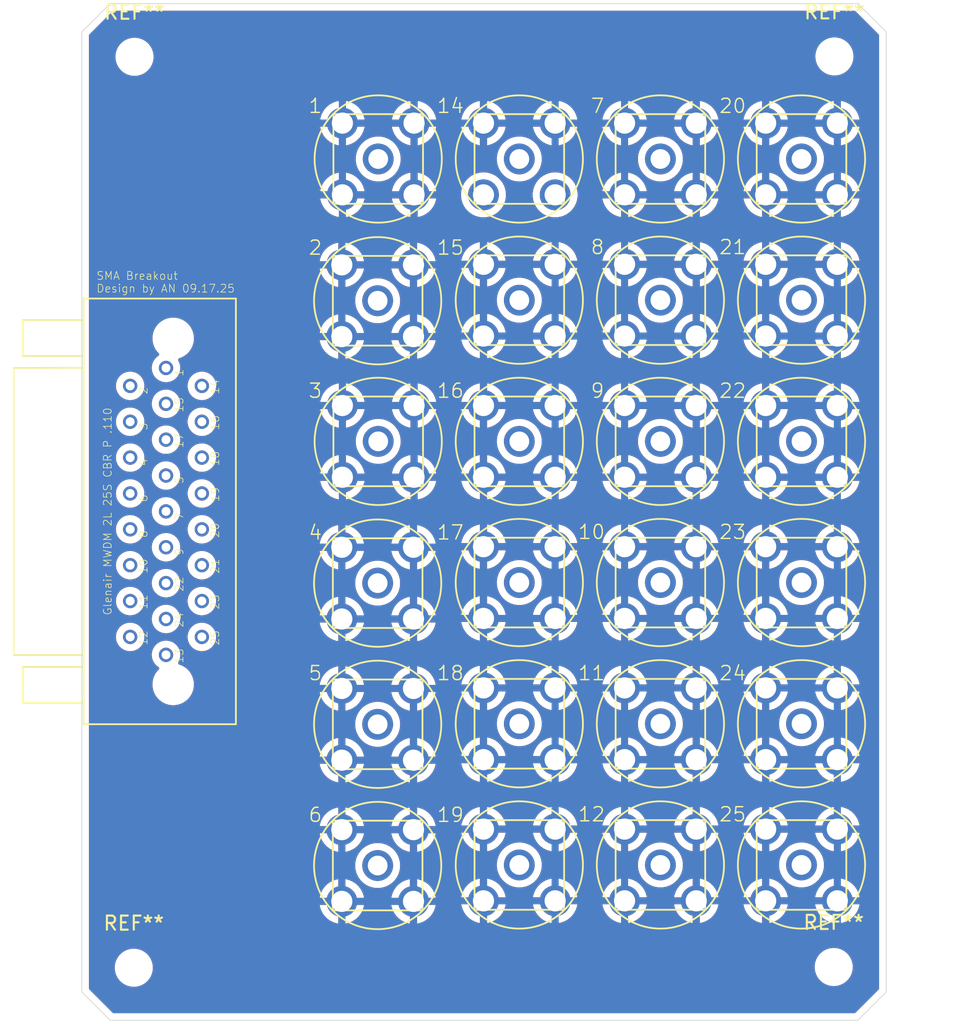
<source format=kicad_pcb>
(kicad_pcb
	(version 20241229)
	(generator "pcbnew")
	(generator_version "9.0")
	(general
		(thickness 1.6)
		(legacy_teardrops no)
	)
	(paper "A4")
	(layers
		(0 "F.Cu" signal)
		(4 "In1.Cu" signal)
		(6 "In2.Cu" signal)
		(2 "B.Cu" signal)
		(9 "F.Adhes" user "F.Adhesive")
		(11 "B.Adhes" user "B.Adhesive")
		(13 "F.Paste" user)
		(15 "B.Paste" user)
		(5 "F.SilkS" user "F.Silkscreen")
		(7 "B.SilkS" user "B.Silkscreen")
		(1 "F.Mask" user)
		(3 "B.Mask" user)
		(17 "Dwgs.User" user "User.Drawings")
		(19 "Cmts.User" user "User.Comments")
		(21 "Eco1.User" user "User.Eco1")
		(23 "Eco2.User" user "User.Eco2")
		(25 "Edge.Cuts" user)
		(27 "Margin" user)
		(31 "F.CrtYd" user "F.Courtyard")
		(29 "B.CrtYd" user "B.Courtyard")
		(35 "F.Fab" user)
		(33 "B.Fab" user)
		(39 "User.1" user)
		(41 "User.2" user)
		(43 "User.3" user)
		(45 "User.4" user)
	)
	(setup
		(stackup
			(layer "F.SilkS"
				(type "Top Silk Screen")
			)
			(layer "F.Paste"
				(type "Top Solder Paste")
			)
			(layer "F.Mask"
				(type "Top Solder Mask")
				(thickness 0.01)
			)
			(layer "F.Cu"
				(type "copper")
				(thickness 0.035)
			)
			(layer "dielectric 1"
				(type "prepreg")
				(thickness 0.1)
				(material "FR4")
				(epsilon_r 4.5)
				(loss_tangent 0.02)
			)
			(layer "In1.Cu"
				(type "copper")
				(thickness 0.035)
			)
			(layer "dielectric 2"
				(type "core")
				(thickness 1.24)
				(material "FR4")
				(epsilon_r 4.5)
				(loss_tangent 0.02)
			)
			(layer "In2.Cu"
				(type "copper")
				(thickness 0.035)
			)
			(layer "dielectric 3"
				(type "prepreg")
				(thickness 0.1)
				(material "FR4")
				(epsilon_r 4.5)
				(loss_tangent 0.02)
			)
			(layer "B.Cu"
				(type "copper")
				(thickness 0.035)
			)
			(layer "B.Mask"
				(type "Bottom Solder Mask")
				(thickness 0.01)
			)
			(layer "B.Paste"
				(type "Bottom Solder Paste")
			)
			(layer "B.SilkS"
				(type "Bottom Silk Screen")
			)
			(copper_finish "None")
			(dielectric_constraints no)
		)
		(pad_to_mask_clearance 0)
		(allow_soldermask_bridges_in_footprints no)
		(tenting front back)
		(pcbplotparams
			(layerselection 0x00000000_00000000_55555555_5755f5ff)
			(plot_on_all_layers_selection 0x00000000_00000000_00000000_00000000)
			(disableapertmacros no)
			(usegerberextensions no)
			(usegerberattributes yes)
			(usegerberadvancedattributes yes)
			(creategerberjobfile yes)
			(dashed_line_dash_ratio 12.000000)
			(dashed_line_gap_ratio 3.000000)
			(svgprecision 4)
			(plotframeref no)
			(mode 1)
			(useauxorigin no)
			(hpglpennumber 1)
			(hpglpenspeed 20)
			(hpglpendiameter 15.000000)
			(pdf_front_fp_property_popups yes)
			(pdf_back_fp_property_popups yes)
			(pdf_metadata yes)
			(pdf_single_document no)
			(dxfpolygonmode yes)
			(dxfimperialunits yes)
			(dxfusepcbnewfont yes)
			(psnegative no)
			(psa4output no)
			(plot_black_and_white yes)
			(sketchpadsonfab no)
			(plotpadnumbers no)
			(hidednponfab no)
			(sketchdnponfab yes)
			(crossoutdnponfab yes)
			(subtractmaskfromsilk no)
			(outputformat 1)
			(mirror no)
			(drillshape 1)
			(scaleselection 1)
			(outputdirectory "")
		)
	)
	(net 0 "")
	(net 1 "MDM1")
	(net 2 "MDM2")
	(net 3 "MDM3")
	(net 4 "MDM4")
	(net 5 "MDM5")
	(net 6 "MDM6")
	(net 7 "MDM7")
	(net 8 "MDM8")
	(net 9 "MDM9")
	(net 10 "MDM10")
	(net 11 "MDM11")
	(net 12 "MDM12")
	(net 13 "MDM14")
	(net 14 "MDM15")
	(net 15 "MDM17")
	(net 16 "MDM16")
	(net 17 "MDM18")
	(net 18 "MDM19")
	(net 19 "MDM20")
	(net 20 "MDM21")
	(net 21 "MDM22")
	(net 22 "MDM23")
	(net 23 "MDM24")
	(net 24 "MDM25")
	(net 25 "GND")
	(footprint "MountingHole:MountingHole_2.2mm_M2" (layer "F.Cu") (at 178.3334 62.738))
	(footprint "MountingHole:MountingHole_2.2mm_M2" (layer "F.Cu") (at 128.7272 62.7634))
	(footprint "Foolib:MICRO-D-RIGHT-ANGLE" (layer "F.Cu") (at 127.658 99.786))
	(footprint "Foolib:SMA" (layer "F.Cu") (at 146 70))
	(footprint "Foolib:SMA" (layer "F.Cu") (at 166 120))
	(footprint "MountingHole:MountingHole_2.2mm_M2" (layer "F.Cu") (at 128.6764 127.2794))
	(footprint "Foolib:SMA" (layer "F.Cu") (at 145.96 100.04))
	(footprint "Foolib:SMA" (layer "F.Cu") (at 176 110))
	(footprint "Foolib:SMA" (layer "F.Cu") (at 166 100))
	(footprint "Foolib:SMA" (layer "F.Cu") (at 156 90))
	(footprint "Foolib:SMA" (layer "F.Cu") (at 176 70))
	(footprint "Foolib:SMA" (layer "F.Cu") (at 166 90))
	(footprint "Foolib:SMA" (layer "F.Cu") (at 176 90))
	(footprint "Foolib:SMA" (layer "F.Cu") (at 145.96 120.04))
	(footprint "Foolib:SMA" (layer "F.Cu") (at 146 90))
	(footprint "Foolib:SMA" (layer "F.Cu") (at 156 80))
	(footprint "Foolib:SMA" (layer "F.Cu") (at 145.96 80.04))
	(footprint "Foolib:SMA" (layer "F.Cu") (at 176 80))
	(footprint "Foolib:SMA" (layer "F.Cu") (at 176 100))
	(footprint "Foolib:SMA" (layer "F.Cu") (at 156 70))
	(footprint "Foolib:SMA" (layer "F.Cu") (at 156 110))
	(footprint "Foolib:SMA" (layer "F.Cu") (at 156 120))
	(footprint "Foolib:SMA" (layer "F.Cu") (at 166 80))
	(footprint "Foolib:SMA" (layer "F.Cu") (at 156 100))
	(footprint "Foolib:SMA" (layer "F.Cu") (at 166 70))
	(footprint "Foolib:SMA" (layer "F.Cu") (at 176 120))
	(footprint "Foolib:SMA" (layer "F.Cu") (at 166 110))
	(footprint "Foolib:SMA" (layer "F.Cu") (at 145.96 110.04))
	(footprint "MountingHole:MountingHole_2.2mm_M2" (layer "F.Cu") (at 178.2826 127.2286))
	(gr_line
		(start 180 131)
		(end 182 129)
		(stroke
			(width 0.05)
			(type default)
		)
		(layer "Edge.Cuts")
		(uuid "3cbbe1d2-d95d-48af-9b04-b74b67a8d440")
	)
	(gr_line
		(start 182 129)
		(end 182 61)
		(stroke
			(width 0.05)
			(type default)
		)
		(layer "Edge.Cuts")
		(uuid "5072d988-5968-4dd2-8a43-9e372d6ef1c3")
	)
	(gr_line
		(start 127 59)
		(end 125 61)
		(stroke
			(width 0.05)
			(type default)
		)
		(layer "Edge.Cuts")
		(uuid "63f430b7-269f-43a2-8e48-9970b7eb9447")
	)
	(gr_line
		(start 125 129)
		(end 125 61)
		(stroke
			(width 0.05)
			(type default)
		)
		(layer "Edge.Cuts")
		(uuid "7c202127-17ad-4b50-b4a9-4e9325d60780")
	)
	(gr_line
		(start 127 131)
		(end 180 131)
		(stroke
			(width 0.05)
			(type default)
		)
		(layer "Edge.Cuts")
		(uuid "b1574f96-1913-4dea-ab16-37ea47c61c70")
	)
	(gr_line
		(start 127 59)
		(end 180 59)
		(stroke
			(width 0.05)
			(type default)
		)
		(layer "Edge.Cuts")
		(uuid "b79757c2-05b2-4cd7-be41-2f605c1ab1e0")
	)
	(gr_line
		(start 180 59)
		(end 182 61)
		(stroke
			(width 0.05)
			(type default)
		)
		(layer "Edge.Cuts")
		(uuid "c868be05-219c-43d9-81ba-8459610d81b8")
	)
	(gr_line
		(start 125 129)
		(end 127 131)
		(stroke
			(width 0.05)
			(type default)
		)
		(layer "Edge.Cuts")
		(uuid "cffc7f7a-4fa3-42db-b77b-4ce096ba7846")
	)
	(gr_text "4"
		(at 141 97.04 0)
		(layer "F.SilkS")
		(uuid "032d6621-123d-4076-8d5c-ebfca5cf27ae")
		(effects
			(font
				(size 1 1)
				(thickness 0.1)
			)
			(justify left bottom)
		)
	)
	(gr_text "23"
		(at 170.1 97 0)
		(layer "F.SilkS")
		(uuid "29c89c6b-0383-42c3-b7c0-772534740d33")
		(effects
			(font
				(size 1 1)
				(thickness 0.1)
			)
			(justify left bottom)
		)
	)
	(gr_text "14"
		(at 150.1 66.825 0)
		(layer "F.SilkS")
		(uuid "30f49ce2-b31c-419c-baf5-3ce34f47b915")
		(effects
			(font
				(size 1 1)
				(thickness 0.1)
			)
			(justify left bottom)
		)
	)
	(gr_text "17"
		(at 150.1 97.04 0)
		(layer "F.SilkS")
		(uuid "359fb423-8196-4a21-9a34-e23a2cb66a61")
		(effects
			(font
				(size 1 1)
				(thickness 0.1)
			)
			(justify left bottom)
		)
	)
	(gr_text "22"
		(at 170.1 87 0)
		(layer "F.SilkS")
		(uuid "46b72919-af5e-4c31-bc76-d22f245c435a")
		(effects
			(font
				(size 1 1)
				(thickness 0.1)
			)
			(justify left bottom)
		)
	)
	(gr_text "24"
		(at 170.1 107 0)
		(layer "F.SilkS")
		(uuid "48e230dd-3392-4a64-80dd-d2d8ac7631f0")
		(effects
			(font
				(size 1 1)
				(thickness 0.1)
			)
			(justify left bottom)
		)
	)
	(gr_text "11"
		(at 160.1 107 0)
		(layer "F.SilkS")
		(uuid "5068fb6b-b015-48c9-80b2-08c10ff94a59")
		(effects
			(font
				(size 1 1)
				(thickness 0.1)
			)
			(justify left bottom)
		)
	)
	(gr_text "16"
		(at 150.1 87 0)
		(layer "F.SilkS")
		(uuid "66691caf-595a-4a61-8639-e95e0905acf1")
		(effects
			(font
				(size 1 1)
				(thickness 0.1)
			)
			(justify left bottom)
		)
	)
	(gr_text "2"
		(at 141 76.865 0)
		(layer "F.SilkS")
		(uuid "71c919b2-354e-4053-a233-34646a52a9ea")
		(effects
			(font
				(size 1 1)
				(thickness 0.1)
			)
			(justify left bottom)
		)
	)
	(gr_text "9"
		(at 161 87 0)
		(layer "F.SilkS")
		(uuid "7258c6db-abe4-4895-84d9-9faa98e3c65d")
		(effects
			(font
				(size 1 1)
				(thickness 0.1)
			)
			(justify left bottom)
		)
	)
	(gr_text "15"
		(at 150.1 76.865 0)
		(layer "F.SilkS")
		(uuid "7db19aee-9426-4721-9f7b-7bf4d3fbac45")
		(effects
			(font
				(size 1 1)
				(thickness 0.1)
			)
			(justify left bottom)
		)
	)
	(gr_text "SMA Breakout\nDesign by AN 09.17.25"
		(at 126 79.5 0)
		(layer "F.SilkS")
		(uuid "89d96b9c-f24c-47be-bd7b-96e56b9bf157")
		(effects
			(font
				(size 0.560832 0.560832)
				(thickness 0.048768)
			)
			(justify left bottom)
		)
	)
	(gr_text "21"
		(at 170.1 76.825 0)
		(layer "F.SilkS")
		(uuid "8eeec69d-8096-4e82-9a93-8c0f00a23b4a")
		(effects
			(font
				(size 1 1)
				(thickness 0.1)
			)
			(justify left bottom)
		)
	)
	(gr_text "3"
		(at 141 87 0)
		(layer "F.SilkS")
		(uuid "95bdd778-f831-4528-b4a8-08eac6255bc2")
		(effects
			(font
				(size 1 1)
				(thickness 0.1)
			)
			(justify left bottom)
		)
	)
	(gr_text "1"
		(at 141 66.825 0)
		(layer "F.SilkS")
		(uuid "98c82e00-3027-422b-a378-20029ca57858")
		(effects
			(font
				(size 1 1)
				(thickness 0.1)
			)
			(justify left bottom)
		)
	)
	(gr_text "19"
		(at 150.1 117.04 0)
		(layer "F.SilkS")
		(uuid "b42dec20-8509-42ea-a57e-cda7bdff12aa")
		(effects
			(font
				(size 1 1)
				(thickness 0.1)
			)
			(justify left bottom)
		)
	)
	(gr_text "8"
		(at 161 76.825 0)
		(layer "F.SilkS")
		(uuid "b67d78a9-e4e0-4943-9a09-b4ff7adc7054")
		(effects
			(font
				(size 1 1)
				(thickness 0.1)
			)
			(justify left bottom)
		)
	)
	(gr_text "18"
		(at 150.1 107 0)
		(layer "F.SilkS")
		(uuid "b6f32911-d019-4bfb-97e3-eed39c49c6d4")
		(effects
			(font
				(size 1 1)
				(thickness 0.1)
			)
			(justify left bottom)
		)
	)
	(gr_text "25"
		(at 170.1 117 0)
		(layer "F.SilkS")
		(uuid "c2f2b5c0-1c75-48de-9929-1bfafd98db6e")
		(effects
			(font
				(size 1 1)
				(thickness 0.1)
			)
			(justify left bottom)
		)
	)
	(gr_text "5"
		(at 141 107 0)
		(layer "F.SilkS")
		(uuid "da5c21e3-51b9-41a2-b48b-9418f1f3406b")
		(effects
			(font
				(size 1 1)
				(thickness 0.1)
			)
			(justify left bottom)
		)
	)
	(gr_text "12"
		(at 160.1 117 0)
		(layer "F.SilkS")
		(uuid "e67342e7-7811-4fe1-ae3b-29b1604f4358")
		(effects
			(font
				(size 1 1)
				(thickness 0.1)
			)
			(justify left bottom)
		)
	)
	(gr_text "7"
		(at 161 66.825 0)
		(layer "F.SilkS")
		(uuid "e8cb271a-92f7-4b9d-96c4-61d7e546f482")
		(effects
			(font
				(size 1 1)
				(thickness 0.1)
			)
			(justify left bottom)
		)
	)
	(gr_text "6"
		(at 141 117.04 0)
		(layer "F.SilkS")
		(uuid "fb04d614-8535-4a4a-9b5e-270059d88571")
		(effects
			(font
				(size 1 1)
				(thickness 0.1)
			)
			(justify left bottom)
		)
	)
	(gr_text "20"
		(at 170.1 66.825 0)
		(layer "F.SilkS")
		(uuid "fc77b6ff-8a8f-4ce9-9852-a0910ed50b03")
		(effects
			(font
				(size 1 1)
				(thickness 0.1)
			)
			(justify left bottom)
		)
	)
	(gr_text "10"
		(at 160.1 97 0)
		(layer "F.SilkS")
		(uuid "ffb334ac-119d-4e2d-b4c8-85fc0f11e97d")
		(effects
			(font
				(size 1 1)
				(thickness 0.1)
			)
			(justify left bottom)
		)
	)
	(segment
		(start 130.96 84.8)
		(end 133.170283 84.8)
		(width 0.2)
		(layer "In1.Cu")
		(net 1)
		(uuid "7fe40098-0af2-4841-b397-41e59ebf0ce4")
	)
	(segment
		(start 133.170283 84.8)
		(end 146 71.970283)
		(width 0.2)
		(layer "In1.Cu")
		(net 1)
		(uuid "a0c3d70d-8b00-4f34-9ee7-b6517382f5c6")
	)
	(segment
		(start 146 71.970283)
		(end 146 70)
		(width 0.2)
		(layer "In1.Cu")
		(net 1)
		(uuid "fd670657-e02a-4617-8ced-12339d1839d9")
	)
	(segment
		(start 138.768717 85.261)
		(end 143.989717 80.04)
		(width 0.2)
		(layer "In1.Cu")
		(net 2)
		(uuid "267068b0-3f75-4f1a-a412-58eb15f247c2")
	)
	(segment
		(start 143.989717 80.04)
		(end 145.96 80.04)
		(width 0.2)
		(layer "In1.Cu")
		(net 2)
		(uuid "62fe1132-0335-47e2-a764-8891b1bec3ea")
	)
	(segment
		(start 133.164901 85.261)
		(end 138.768717 85.261)
		(width 0.2)
		(layer "In1.Cu")
		(net 2)
		(uuid "792c9d8e-ac12-496d-8cec-163bbfb90882")
	)
	(segment
		(start 132.355901 86.07)
		(end 133.164901 85.261)
		(width 0.2)
		(layer "In1.Cu")
		(net 2)
		(uuid "c60eb3eb-2bc8-42ae-a205-3a5da4c39de8")
	)
	(segment
		(start 128.42 86.07)
		(end 132.355901 86.07)
		(width 0.2)
		(layer "In1.Cu")
		(net 2)
		(uuid "e98cb192-e49c-46bf-a567-4826ddaf097e")
	)
	(segment
		(start 132.355901 88.61)
		(end 133.745901 90)
		(width 0.2)
		(layer "In1.Cu")
		(net 3)
		(uuid "1fad4d11-1dc4-4339-8bf4-0a1befc02e24")
	)
	(segment
		(start 133.745901 90)
		(end 146 90)
		(width 0.2)
		(layer "In1.Cu")
		(net 3)
		(uuid "b5468603-cd28-4811-8a90-86cc024a2926")
	)
	(segment
		(start 128.42 88.61)
		(end 132.355901 88.61)
		(width 0.2)
		(layer "In1.Cu")
		(net 3)
		(uuid "bcbc9387-c230-4743-9244-ff532b4d3aef")
	)
	(segment
		(start 132 92)
		(end 132 92.775901)
		(width 0.2)
		(layer "In1.Cu")
		(net 4)
		(uuid "24125fb8-3397-4ba4-91e4-0a351fe6b8e0")
	)
	(segment
		(start 132.355901 100.04)
		(end 145.96 100.04)
		(width 0.2)
		(layer "In1.Cu")
		(net 4)
		(uuid "2e012dc2-4adb-48eb-a275-cfd998cd992a")
	)
	(segment
		(start 128.42 91.15)
		(end 131.15 91.15)
		(width 0.2)
		(layer "In1.Cu")
		(net 4)
		(uuid "3e7eb745-1705-4fcd-a088-23e4cb22862c")
	)
	(segment
		(start 127.5 96.005901)
		(end 127.5 97.5)
		(width 0.2)
		(layer "In1.Cu")
		(net 4)
		(uuid "4801d78f-3d3c-4e3c-8738-5746d7ebea65")
	)
	(segment
		(start 132 92.775901)
		(end 129.354901 95.421)
		(width 0.2)
		(layer "In1.Cu")
		(net 4)
		(uuid "562be234-fb38-4055-9a0a-d5c02a0f3d9f")
	)
	(segment
		(start 129.815901 97.5)
		(end 132.355901 100.04)
		(width 0.2)
		(layer "In1.Cu")
		(net 4)
		(uuid "7c00597a-85a0-44d9-82e8-29c54f0b32dc")
	)
	(segment
		(start 131.15 91.15)
		(end 132 92)
		(width 0.2)
		(layer "In1.Cu")
		(net 4)
		(uuid "c31be2ab-6b93-4b0d-9ab5-9dadfe405dba")
	)
	(segment
		(start 129.354901 95.421)
		(end 128.084901 95.421)
		(width 0.2)
		(layer "In1.Cu")
		(net 4)
		(uuid "c87ae59c-9bd7-457d-8312-3dfb69009941")
	)
	(segment
		(start 127.5 97.5)
		(end 129.815901 97.5)
		(width 0.2)
		(layer "In1.Cu")
		(net 4)
		(uuid "ca63165f-2d71-49e8-b0a2-c563a5240631")
	)
	(segment
		(start 128.084901 95.421)
		(end 127.5 96.005901)
		(width 0.2)
		(layer "In1.Cu")
		(net 4)
		(uuid "dd1a940b-acd4-4c73-bef7-bbf98d37fa43")
	)
	(segment
		(start 131.504802 110.04)
		(end 145.96 110.04)
		(width 0.2)
		(layer "In1.Cu")
		(net 5)
		(uuid "1302ef0d-25d6-484e-a929-4d872dffc80d")
	)
	(segment
		(start 128.36 95.02)
		(end 127.918801 95.02)
		(width 0.2)
		(layer "In1.Cu")
		(net 5)
		(uuid "4d5258ac-0978-49f8-b7a8-b25e7a7742ff")
	)
	(segment
		(start 130.96 92.42)
		(end 128.36 95.02)
		(width 0.2)
		(layer "In1.Cu")
		(net 5)
		(uuid "73930a39-6f4d-4a99-8f69-417e016b264d")
	)
	(segment
		(start 127.099 95.839801)
		(end 127.099 105.634198)
		(width 0.2)
		(layer "In1.Cu")
		(net 5)
		(uuid "8039f55e-725b-41c3-b51a-75f0e91233ba")
	)
	(segment
		(start 127.918801 95.02)
		(end 127.099 95.839801)
		(width 0.2)
		(layer "In1.Cu")
		(net 5)
		(uuid "8f173d0c-1ad5-44eb-a52d-1f05ccd988ab")
	)
	(segment
		(start 127.099 105.634198)
		(end 131.504802 110.04)
		(width 0.2)
		(layer "In1.Cu")
		(net 5)
		(uuid "d650eca6-01af-4d42-8a9c-7d0f5ee40741")
	)
	(segment
		(start 128.42 93.69)
		(end 126.698 95.412)
		(width 0.2)
		(layer "In1.Cu")
		(net 6)
		(uuid "0851744c-728c-44cb-902d-81e202a745d5")
	)
	(segment
		(start 140.937702 120.04)
		(end 145.96 120.04)
		(width 0.2)
		(layer "In1.Cu")
		(net 6)
		(uuid "6b451fa3-abea-42b7-be6a-0f634b4443ba")
	)
	(segment
		(start 126.698 95.412)
		(end 126.698 105.800298)
		(width 0.2)
		(layer "In1.Cu")
		(net 6)
		(uuid "b89700a6-5b49-4472-b001-0cb0464210c8")
	)
	(segment
		(start 126.698 105.800298)
		(end 140.937702 120.04)
		(width 0.2)
		(layer "In1.Cu")
		(net 6)
		(uuid "b9a00771-14a9-4d25-9673-c2212a1c14ea")
	)
	(segment
		(start 160 93.050283)
		(end 160 74)
		(width 0.2)
		(layer "In1.Cu")
		(net 7)
		(uuid "36b32563-69af-4e4b-b352-b6ed5846bb06")
	)
	(segment
		(start 164 70)
		(end 166 70)
		(width 0.2)
		(layer "In1.Cu")
		(net 7)
		(uuid "60254b3a-f1ba-49c6-81a0-fe1eb2fb11f5")
	)
	(segment
		(start 158.550283 94.5)
		(end 160 93.050283)
		(width 0.2)
		(layer "In1.Cu")
		(net 7)
		(uuid "6deba520-e673-4bfa-9157-779e54aad8af")
	)
	(segment
		(start 160 74)
		(end 164 70)
		(width 0.2)
		(layer "In1.Cu")
		(net 7)
		(uuid "8da15060-ac1c-43f9-afaf-556663259d58")
	)
	(segment
		(start 130.96 94.96)
		(end 131.42 94.5)
		(width 0.2)
		(layer "In1.Cu")
		(net 7)
		(uuid "92ec06e9-ce4e-484a-aab2-e266cc2e776e")
	)
	(segment
		(start 131.42 94.5)
		(end 158.550283 94.5)
		(width 0.2)
		(layer "In1.Cu")
		(net 7)
		(uuid "e92208fe-cb6c-4ad1-b45a-d10acda0a8c4")
	)
	(segment
		(start 161 93.5)
		(end 161 83.029717)
		(width 0.2)
		(layer "In1.Cu")
		(net 8)
		(uuid "106aac0d-ca90-417f-b2cf-19d3310256ee")
	)
	(segment
		(start 164.029717 80)
		(end 166 80)
		(width 0.2)
		(layer "In1.Cu")
		(net 8)
		(uuid "1343f20a-56e7-4850-8f2d-3bc243690e0b")
	)
	(segment
		(start 128.42 96.23)
		(end 130.834099 96.23)
		(width 0.2)
		(layer "In1.Cu")
		(net 8)
		(uuid "3f732ecb-8696-471b-95f4-df96de1494d7")
	)
	(segment
		(start 132.064099 95)
		(end 159.5 95)
		(width 0.2)
		(layer "In1.Cu")
		(net 8)
		(uuid "51f4fc8f-198b-4b65-bcb5-162cdb3b37e4")
	)
	(segment
		(start 159.5 95)
		(end 161 93.5)
		(width 0.2)
		(layer "In1.Cu")
		(net 8)
		(uuid "825cbaf5-b6be-4036-8e31-6383b29ae825")
	)
	(segment
		(start 130.834099 96.23)
		(end 132.064099 95)
		(width 0.2)
		(layer "In1.Cu")
		(net 8)
		(uuid "870d9e3f-8762-4e45-9826-3fccbbfd7534")
	)
	(segment
		(start 161 83.029717)
		(end 164.029717 80)
		(width 0.2)
		(layer "In1.Cu")
		(net 8)
		(uuid "fea42efb-61c0-441c-8c4e-04e2e643d30b")
	)
	(segment
		(start 160.079 95.421)
		(end 161.5 94)
		(width 0.2)
		(layer "In1.Cu")
		(net 9)
		(uuid "0cbf6b8e-2cc1-4325-be30-265b589acc3d")
	)
	(segment
		(start 134.5 95.421)
		(end 160.079 95.421)
		(width 0.2)
		(layer "In1.Cu")
		(net 9)
		(uuid "219eba3a-a783-417b-b413-1699dc4eaae9")
	)
	(segment
		(start 161.5 92.529717)
		(end 164.029717 90)
		(width 0.2)
		(layer "In1.Cu")
		(net 9)
		(uuid "290da7ed-0b07-4f2e-9816-7bcda6de5772")
	)
	(segment
		(start 164.029717 90)
		(end 166 90)
		(width 0.2)
		(layer "In1.Cu")
		(net 9)
		(uuid "2af4413e-2a78-4b73-9773-df5a5bd5afeb")
	)
	(segment
		(start 130.96 97.5)
		(end 133.039 95.421)
		(width 0.2)
		(layer "In1.Cu")
		(net 9)
		(uuid "520ee7a0-14fe-4586-a249-7b978dafdf3e")
	)
	(segment
		(start 161.5 94)
		(end 161.5 92.529717)
		(width 0.2)
		(layer "In1.Cu")
		(net 9)
		(uuid "b1f58614-57c0-4f8b-ab2c-5a6f1391cd59")
	)
	(segment
		(start 134.5 95.421)
		(end 134.5 95.401)
		(width 0.2)
		(layer "In1.Cu")
		(net 9)
		(uuid "bb404161-e587-4e9a-8890-fae2fec21651")
	)
	(segment
		(start 134.5 95.401)
		(end 136 95.401)
		(width 0.2)
		(layer "In1.Cu")
		(net 9)
		(uuid "bd9c7f45-b383-4f19-9fc4-8b19ffef3a51")
	)
	(segment
		(start 133.039 95.421)
		(end 134.5 95.421)
		(width 0.2)
		(layer "In1.Cu")
		(net 9)
		(uuid "c1691c81-6e39-4b3f-a235-a2cfd258e1d9")
	)
	(segment
		(start 160.056517 103.9732)
		(end 164.029717 100)
		(width 0.2)
		(layer "In1.Cu")
		(net 10)
		(uuid "145654d0-6372-473f-a3d0-6515bed2f267")
	)
	(segment
		(start 164.029717 100)
		(end 166 100)
		(width 0.2)
		(layer "In1.Cu")
		(net 10)
		(uuid "290379b7-f382-46bd-976f-e97e229dc678")
	)
	(segment
		(start 142.842917 103.9732)
		(end 160.056517 103.9732)
		(width 0.2)
		(layer "In1.Cu")
		(net 10)
		(uuid "35255b7e-311b-407b-9fc7-b1e470772f1a")
	)
	(segment
		(start 128.42 98.77)
		(end 132.15 102.5)
		(width 0.2)
		(layer "In1.Cu")
		(net 10)
		(uuid "42e4e78a-3d3a-4c10-9b86-4d0a328f69c8")
	)
	(segment
		(start 141.369717 102.5)
		(end 142.842917 103.9732)
		(width 0.2)
		(layer "In1.Cu")
		(net 10)
		(uuid "7e284664-ae08-4846-b135-9ca8e232b091")
	)
	(segment
		(start 132.15 102.5)
		(end 141.369717 102.5)
		(width 0.2)
		(layer "In1.Cu")
		(net 10)
		(uuid "f72a849a-3726-478b-abfd-29f1b32dd1e6")
	)
	(segment
		(start 166 108.029717)
		(end 166 110)
		(width 0.2)
		(layer "In1.Cu")
		(net 11)
		(uuid "6fd192bc-fc63-4651-8771-ece83a2690fb")
	)
	(segment
		(start 131.769 104.659)
		(end 162.629283 104.659)
		(width 0.2)
		(layer "In1.Cu")
		(net 11)
		(uuid "7d3749dc-e5b4-4a70-be14-f32203c53b65")
	)
	(segment
		(start 162.629283 104.659)
		(end 166 108.029717)
		(width 0.2)
		(layer "In1.Cu")
		(net 11)
		(uuid "cb0f6a91-e4a8-401c-97fb-c943508fffd6")
	)
	(segment
		(start 128.42 101.31)
		(end 131.769 104.659)
		(width 0.2)
		(layer "In1.Cu")
		(net 11)
		(uuid "fbb538af-2642-4e75-ad5e-847a88c71b2a")
	)
	(segment
		(start 128.42 106.388098)
		(end 130.817602 108.7857)
		(width 0.2)
		(layer "In1.Cu")
		(net 12)
		(uuid "03d5234d-fd0b-4206-9859-675bf5e78fce")
	)
	(segment
		(start 161 106)
		(end 161 112.5)
		(width 0.2)
		(layer "In1.Cu")
		(net 12)
		(uuid "16cc19f5-c683-45ee-a235-d1ff3ad84bc1")
	)
	(segment
		(start 166 117.5)
		(end 166 120)
		(width 0.2)
		(layer "In1.Cu")
		(net 12)
		(uuid "6576f55f-71cc-4ed1-b645-b7bd54d86664")
	)
	(segment
		(start 140.164017 108.7857)
		(end 142.949717 106)
		(width 0.2)
		(layer "In1.Cu")
		(net 12)
		(uuid "72fd4c0c-4574-4970-af1c-a2de31caa21a")
	)
	(segment
		(start 130.817602 108.7857)
		(end 140.164017 108.7857)
		(width 0.2)
		(layer "In1.Cu")
		(net 12)
		(uuid "9cebf247-aadf-4487-a847-925aedde0304")
	)
	(segment
		(start 142.949717 106)
		(end 161 106)
		(width 0.2)
		(layer "In1.Cu")
		(net 12)
		(uuid "c621111d-de1c-4707-9bbb-c8ed37c3857e")
	)
	(segment
		(start 128.42 103.85)
		(end 128.42 106.388098)
		(width 0.2)
		(layer "In1.Cu")
		(net 12)
		(uuid "c70cfa51-ccda-4421-a013-1bdf6603b1b5")
	)
	(segment
		(start 161 112.5)
		(end 166 117.5)
		(width 0.2)
		(layer "In1.Cu")
		(net 12)
		(uuid "eb1a7e5c-7f91-479c-b059-8093bbee82d0")
	)
	(segment
		(start 156 71.970283)
		(end 156 70)
		(width 0.2)
		(layer "In2.Cu")
		(net 13)
		(uuid "16afa2ac-0308-4f7c-a5d4-a3d15c4c6d61")
	)
	(segment
		(start 153.470283 74.5)
		(end 156 71.970283)
		(width 0.2)
		(layer "In2.Cu")
		(net 13)
		(uuid "3657c617-5f6c-4743-b95f-48d5dda587eb")
	)
	(segment
		(start 133.5 84.5)
		(end 143.5 74.5)
		(width 0.2)
		(layer "In2.Cu")
		(net 13)
		(uuid "845154bb-6317-4392-840f-747fd90127d0")
	)
	(segment
		(start 143.5 74.5)
		(end 153.470283 74.5)
		(width 0.2)
		(layer "In2.Cu")
		(net 13)
		(uuid "aa1bb093-fc25-4c42-b668-d6d7dc620c72")
	)
	(segment
		(start 133.5 86.07)
		(end 133.5 84.5)
		(width 0.2)
		(layer "In2.Cu")
		(net 13)
		(uuid "ce58763b-9366-4e98-ad47-151a4793ddb5")
	)
	(segment
		(start 148.529717 85.5)
		(end 154.029717 80)
		(width 0.2)
		(layer "In2.Cu")
		(net 14)
		(uuid "3a3539b5-d67b-4ed9-811c-afcedd8002e5")
	)
	(segment
		(start 154.029717 80)
		(end 156 80)
		(width 0.2)
		(layer "In2.Cu")
		(net 14)
		(uuid "43ff3044-fb0c-462b-84f5-68b57f81b8be")
	)
	(segment
		(start 130.96 87.34)
		(end 133.374099 87.34)
		(width 0.2)
		(layer "In2.Cu")
		(net 14)
		(uuid "495086a1-86a2-4871-8ffb-6b77bc3ed6b8")
	)
	(segment
		(start 135 85.5)
		(end 148.529717 85.5)
		(width 0.2)
		(layer "In2.Cu")
		(net 14)
		(uuid "4e0805c4-8e11-48a7-bb7e-0df1e46d57d2")
	)
	(segment
		(start 133.374099 87.34)
		(end 135 85.714099)
		(width 0.2)
		(layer "In2.Cu")
		(net 14)
		(uuid "bbcfb550-0f57-4b51-bf4e-bbf02e22537e")
	)
	(segment
		(start 135 85.714099)
		(end 135 85.5)
		(width 0.2)
		(layer "In2.Cu")
		(net 14)
		(uuid "f5a5b971-fb86-40bc-b093-7a1468d88101")
	)
	(segment
		(start 144.390717 100.441)
		(end 145.382917 101.4332)
		(width 0.2)
		(layer "In2.Cu")
		(net 15)
		(uuid "00a64865-b7d2-4e6f-9abf-9e92e631888e")
	)
	(segment
		(start 149.109717 100)
		(end 156 100)
		(width 0.2)
		(layer "In2.Cu")
		(net 15)
		(uuid "0a094465-de77-4795-9b2b-7bf171e6bd94")
	)
	(segment
		(start 136.5 95.4329)
		(end 136.46645 95.46645)
		(width 0.2)
		(layer "In2.Cu")
		(net 15)
		(uuid "2274045a-29c3-4f6d-8a43-085bed36978c")
	)
	(segment
		(start 134.2029 89.88)
		(end 134.8229 90.5)
		(width 0.2)
		(layer "In2.Cu")
		(net 15)
		(uuid "3ec0d677-cb46-406b-97bc-6c5eebc7c0a9")
	)
	(segment
		(start 145.382917 101.4332)
		(end 147.676517 101.4332)
		(width 0.2)
		(layer "In2.Cu")
		(net 15)
		(uuid "4e084da1-7d96-4389-82ef-e2d5a1cf931d")
	)
	(segment
		(start 136.46645 95.46645)
		(end 136.421 95.421)
		(width 0.2)
		(layer "In2.Cu")
		(net 15)
		(uuid "6d8099c1-0342-4d32-81e5-a9f15114f1ee")
	)
	(segment
		(start 134.8229 90.5)
		(end 136.5 90.5)
		(width 0.2)
		(layer "In2.Cu")
		(net 15)
		(uuid "701c5ba6-9c3c-4d66-b6a8-abda71e266ed")
	)
	(segment
		(start 132.691 100.974901)
		(end 133.224901 100.441)
		(width 0.2)
		(layer "In2.Cu")
		(net 15)
		(uuid "70586e50-a5b2-48cd-95e7-5bfb23058543")
	)
	(segment
		(start 130.474901 100.974901)
		(end 132.691 100.974901)
		(width 0.2)
		(layer "In2.Cu")
		(net 15)
		(uuid "7be80ab3-b0b3-4dee-917b-63542dd2e2a1")
	)
	(segment
		(start 132.691 99)
		(end 130.855901 99)
		(width 0.2)
		(layer "In2.Cu")
		(net 15)
		(uuid "7f41b159-d89d-4185-8b55-025ccc21cafc")
	)
	(segment
		(start 133.164901 95.421)
		(end 132.691 95.894901)
		(width 0.2)
		(layer "In2.Cu")
		(net 15)
		(uuid "841c5426-59d6-4a78-8667-4ee6990bcdc4")
	)
	(segment
		(start 130.96 89.88)
		(end 134.2029 89.88)
		(width 0.2)
		(layer "In2.Cu")
		(net 15)
		(uuid "9587c778-5edf-4316-ae8a-4b4aa2fc582d")
	)
	(segment
		(start 136.5 90.5)
		(end 136.5 95.4329)
		(width 0.2)
		(layer "In2.Cu")
		(net 15)
		(uuid "9f9e06e5-d254-4b93-b90e-9a9c979c66f4")
	)
	(segment
		(start 130.151 100.651)
		(end 130.474901 100.974901)
		(width 0.2)
		(layer "In2.Cu")
		(net 15)
		(uuid "a125325b-16c4-4129-b67e-27c0e3e59b2f")
	)
	(segment
		(start 133.224901 100.441)
		(end 144.390717 100.441)
		(width 0.2)
		(layer "In2.Cu")
		(net 15)
		(uuid "bd26cbcb-cb47-44ad-ad01-44b5b6b8c9f8")
	)
	(segment
		(start 132.691 95.894901)
		(end 132.691 99)
		(width 0.2)
		(layer "In2.Cu")
		(net 15)
		(uuid "c6096f06-7a5e-4a5a-bebe-fe4ce9af02d7")
	)
	(segment
		(start 130.151 99.704901)
		(end 130.151 100.651)
		(width 0.2)
		(layer "In2.Cu")
		(net 15)
		(uuid "ca3e5b47-102f-4744-91e9-264632f0261a")
	)
	(segment
		(start 136.421 95.421)
		(end 133.164901 95.421)
		(width 0.2)
		(layer "In2.Cu")
		(net 15)
		(uuid "da92bed8-07f6-43f3-b893-6008ea25a4fa")
	)
	(segment
		(start 130.855901 99)
		(end 130.151 99.704901)
		(width 0.2)
		(layer "In2.Cu")
		(net 15)
		(uuid "e6e03ae7-5b08-464e-96cc-57d67bd82ebf")
	)
	(segment
		(start 147.676517 101.4332)
		(end 149.109717 100)
		(width 0.2)
		(layer "In2.Cu")
		(net 15)
		(uuid "edd7558f-b01e-4bb4-ab17-1d46ffbf1273")
	)
	(segment
		(start 133.5 88.61)
		(end 134.89 90)
		(width 0.2)
		(layer "In2.Cu")
		(net 16)
		(uuid "027f8f14-ae58-4d36-b37d-8fdbc0b9f336")
	)
	(segment
		(start 149 90)
		(end 156 90)
		(width 0.2)
		(layer "In2.Cu")
		(net 16)
		(uuid "3fe2b1f8-1de3-4893-97eb-10e1efd1fe95")
	)
	(segment
		(start 134.89 90)
		(end 144.029717 90)
		(width 0.2)
		(layer "In2.Cu")
		(net 16)
		(uuid "45a51cfb-9977-4159-81e2-5d434734439d")
	)
	(segment
		(start 145.422917 91.3932)
		(end 147.6068 91.3932)
		(width 0.2)
		(layer "In2.Cu")
		(net 16)
		(uuid "cc3a5be8-06ce-47f9-a5aa-535ade998d20")
	)
	(segment
		(start 144.029717 90)
		(end 145.422917 91.3932)
		(width 0.2)
		(layer "In2.Cu")
		(net 16)
		(uuid "da0d6c9a-0bd1-4709-9591-7121cd6d308a")
	)
	(segment
		(start 147.6068 91.3932)
		(end 149 90)
		(width 0.2)
		(layer "In2.Cu")
		(net 16)
		(uuid "eed3ccf3-fecd-49bf-a0de-b1f8884d473d")
	)
	(segment
		(start 129.961 97.961)
		(end 127.039 97.961)
		(width 0.2)
		(layer "In2.Cu")
		(net 17)
		(uuid "00a74af0-cd97-4024-9a6f-f468fd7dce3d")
	)
	(segment
		(start 127.039 97.961)
		(end 127 98)
		(width 0.2)
		(layer "In2.Cu")
		(net 17)
		(uuid "19a583a0-3c01-4414-ab47-b74355a85c9f")
	)
	(segment
		(start 131.309 96.691)
		(end 130.354901 96.691)
		(width 0.2)
		(layer "In2.Cu")
		(net 17)
		(uuid "1b18d9a9-310b-4e4a-92f8-2da573f52587")
	)
	(segment
		(start 135.749 91.15)
		(end 136.099 91.5)
		(width 0.2)
		(layer "In2.Cu")
		(net 17)
		(uuid "22a14001-18ab-44ef-82db-f3501c1e2636")
	)
	(segment
		(start 131.5 96.518801)
		(end 131.5 96.5)
		(width 0.2)
		(layer "In2.Cu")
		(net 17)
		(uuid "22d93d5d-a685-4c4b-abbb-83c82195a2d9")
	)
	(segment
		(start 127 105.5)
		(end 131.5 110)
		(width 0.2)
		(layer "In2.Cu")
		(net 17)
		(uuid "27a004fa-5d2e-4249-be7c-7591dbd239d2")
	)
	(segment
		(start 130.354901 96.691)
		(end 130 97.045901)
		(width 0.2)
		(layer "In2.Cu")
		(net 17)
		(uuid "306f7db4-9393-4826-99f7-d86af0fc7458")
	)
	(segment
		(start 130 98)
		(end 129.961 97.961)
		(width 0.2)
		(layer "In2.Cu")
		(net 17)
		(uuid "42b28c94-1fa2-4a9a-86e4-32edcc8a5e4c")
	)
	(segment
		(start 143.949717 110)
		(end 145.382917 111.4332)
		(width 0.2)
		(layer "In2.Cu")
		(net 17)
		(uuid "7346d5fb-7da1-4145-9018-d90c48a2736c")
	)
	(segment
		(start 131.5 110)
		(end 143.949717 110)
		(width 0.2)
		(layer "In2.Cu")
		(net 17)
		(uuid "76aeb327-b4ce-432e-83ca-06cb44ea8e02")
	)
	(segment
		(start 127 98)
		(end 127 105.5)
		(width 0.2)
		(layer "In2.Cu")
		(net 17)
		(uuid "7979cd40-712b-4a6f-b3c6-3e5656580009")
	)
	(segment
		(start 145.382917 111.4332)
		(end 147.676517 111.4332)
		(width 0.2)
		(layer "In2.Cu")
		(net 17)
		(uuid "7f79949a-c9d0-44df-8366-d59ec57c5d9e")
	)
	(segment
		(start 136.099 91.5)
		(end 136.099 95.02)
		(width 0.2)
		(layer "In2.Cu")
		(net 17)
		(uuid "8d025eca-047a-4780-acb8-f91fbfbfa693")
	)
	(segment
		(start 132.998801 95.02)
		(end 131.5 96.518801)
		(width 0.2)
		(layer "In2.Cu")
		(net 17)
		(uuid "a5fb76f0-2f04-4aa8-a25d-dd8bb43340d4")
	)
	(segment
		(start 131.5 96.5)
		(end 131.309 96.691)
		(width 0.2)
		(layer "In2.Cu")
		(net 17)
		(uuid "cba5b04c-3eae-4b8b-b614-7147169a2d82")
	)
	(segment
		(start 133.5 91.15)
		(end 135.749 91.15)
		(width 0.2)
		(layer "In2.Cu")
		(net 17)
		(uuid "d19dd585-ab92-4065-8365-e8cedb72a232")
	)
	(segment
		(start 136.099 95.02)
		(end 132.998801 95.02)
		(width 0.2)
		(layer "In2.Cu")
		(net 17)
		(uuid "e57dd08e-087a-47d1-ab11-9edb107061ea")
	)
	(segment
		(start 149.109717 110)
		(end 156 110)
		(width 0.2)
		(layer "In2.Cu")
		(net 17)
		(uuid "e6ac68c1-5699-456c-a69d-bc6a1a8e0655")
	)
	(segment
		(start 147.676517 111.4332)
		(end 149.109717 110)
		(width 0.2)
		(layer "In2.Cu")
		(net 17)
		(uuid "f504cbb1-7d6b-449f-9720-a71ea55901b2")
	)
	(segment
		(start 130 97.045901)
		(end 130 98)
		(width 0.2)
		(layer "In2.Cu")
		(net 17)
		(uuid "f5709d26-deca-4cf9-9098-58a69c4e682c")
	)
	(segment
		(start 130.9 96.29)
		(end 129.504099 96.29)
		(width 0.2)
		(layer "In2.Cu")
		(net 18)
		(uuid "08c82071-56e9-4c2e-9a85-793d076db444")
	)
	(segment
		(start 126.599 105.6661)
		(end 141.549983 120.617083)
		(width 0.2)
		(layer "In2.Cu")
		(net 18)
		(uuid "100265a8-3cb8-4d44-b91e-dffb1d856c66")
	)
	(segment
		(start 144.5668 120.617083)
		(end 145.382917 121.4332)
		(width 0.2)
		(layer "In2.Cu")
		(net 18)
		(uuid "1e72c5c5-001f-4093-8a00-0e80e917ecd5")
	)
	(segment
		(start 126.8729 97.56)
		(end 126.599 97.8339)
		(width 0.2)
		(layer "In2.Cu")
		(net 18)
		(uuid "31728dec-e0b2-4c46-a839-ddd5e2d048b2")
	)
	(segment
		(start 147.676517 121.4332)
		(end 149.109717 120)
		(width 0.2)
		(layer "In2.Cu")
		(net 18)
		(uuid "474ea4e0-28e4-4a82-b777-91709fe89ea9")
	)
	(segment
		(start 145.382917 121.4332)
		(end 147.676517 121.4332)
		(width 0.2)
		(layer "In2.Cu")
		(net 18)
		(uuid "620e04c9-d1bd-4cce-9939-43da923043b2")
	)
	(segment
		(start 149.109717 120)
		(end 156 120)
		(width 0.2)
		(layer "In2.Cu")
		(net 18)
		(uuid "78cd079c-9114-4968-af7b-3acff357455e")
	)
	(segment
		(start 133.5 93.69)
		(end 130.9 96.29)
		(width 0.2)
		(layer "In2.Cu")
		(net 18)
		(uuid "8b33618c-4759-4b04-8d5a-fd7036640231")
	)
	(segment
		(start 128.234099 97.56)
		(end 126.8729 97.56)
		(width 0.2)
		(layer "In2.Cu")
		(net 18)
		(uuid "9007bfe4-95d6-4871-984d-16187d17c440")
	)
	(segment
		(start 141.549983 120.617083)
		(end 144.5668 120.617083)
		(width 0.2)
		(layer "In2.Cu")
		(net 18)
		(uuid "a2176dc4-ae88-4859-8d8c-b6d954a60faa")
	)
	(segment
		(start 126.599 97.8339)
		(end 126.599 105.6661)
		(width 0.2)
		(layer "In2.Cu")
		(net 18)
		(uuid "b7947147-9f85-4625-8c84-f7c6ff37c352")
	)
	(segment
		(start 129.504099 96.29)
		(end 128.234099 97.56)
		(width 0.2)
		(layer "In2.Cu")
		(net 18)
		(uuid "c9934165-0240-43bc-8551-709b1f2c6ecf")
	)
	(segment
		(start 174.029717 70)
		(end 176 70)
		(width 0.2)
		(layer "In2.Cu")
		(net 19)
		(uuid "17fd1ea2-273f-4eb5-8d73-3424b6f9f2da")
	)
	(segment
		(start 159 94.5)
		(end 160 93.5)
		(width 0.2)
		(layer "In2.Cu")
		(net 19)
		(uuid "73761d00-4276-4718-9369-bfb0e5648964")
	)
	(segment
		(start 160 74)
		(end 170.029717 74)
		(width 0.2)
		(layer "In2.Cu")
		(net 19)
		(uuid "81c78a73-909c-4540-913b-eb5c327453a8")
	)
	(segment
		(start 160 93.5)
		(end 160 74)
		(width 0.2)
		(layer "In2.Cu")
		(net 19)
		(uuid "bc8166b5-bd33-4b76-9e1f-9db869aaa16b")
	)
	(segment
		(start 135.5 97)
		(end 138 94.5)
		(width 0.2)
		(layer "In2.Cu")
		(net 19)
		(uuid "c1e91469-82f6-4596-be87-a1bf36380a1f")
	)
	(segment
		(start 138 94.5)
		(end 159 94.5)
		(width 0.2)
		(layer "In2.Cu")
		(net 19)
		(uuid "cbadc518-8540-49b1-8f71-2413c2e78ce1")
	)
	(segment
		(start 134.27 97)
		(end 135.5 97)
		(width 0.2)
		(layer "In2.Cu")
		(net 19)
		(uuid "ce4fdd4e-d478-4c0f-ace3-cb29a8dd3734")
	)
	(segment
		(start 170.029717 74)
		(end 174.029717 70)
		(width 0.2)
		(layer "In2.Cu")
		(net 19)
		(uuid "d7aaff58-58cc-4d60-a507-fde0ab37c810")
	)
	(segment
		(start 133.5 96.23)
		(end 134.27 97)
		(width 0.2)
		(layer "In2.Cu")
		(net 19)
		(uuid "df1a955d-e721-4262-a2c5-3f5babdadcfc")
	)
	(segment
		(start 174.029717 80)
		(end 176 80)
		(width 0.2)
		(layer "In2.Cu")
		(net 20)
		(uuid "0d633fce-98ed-4f82-ac73-e83f0415db63")
	)
	(segment
		(start 161 84)
		(end 170.029717 84)
		(width 0.2)
		(layer "In2.Cu")
		(net 20)
		(uuid "0f7cbf63-5f10-45ef-9837-a016727dc217")
	)
	(segment
		(start 138.4329 95)
		(end 159.5 95)
		(width 0.2)
		(layer "In2.Cu")
		(net 20)
		(uuid "17d6f513-e6e1-4a50-a47f-ecf8833aa3d3")
	)
	(segment
		(start 133.5 98.77)
		(end 134.6629 98.77)
		(width 0.2)
		(layer "In2.Cu")
		(net 20)
		(uuid "6f18d99f-7762-4ece-8ae9-8e2a8f39f965")
	)
	(segment
		(start 161 93.5)
		(end 161 84)
		(width 0.2)
		(layer "In2.Cu")
		(net 20)
		(uuid "850e28ab-5910-4fcb-aaec-0f17eba75916")
	)
	(segment
		(start 134.6629 98.77)
		(end 138.4329 95)
		(width 0.2)
		(layer "In2.Cu")
		(net 20)
		(uuid "9f03240b-59ec-4472-8bd8-10bd714aee32")
	)
	(segment
		(start 159.5 95)
		(end 161 93.5)
		(width 0.2)
		(layer "In2.Cu")
		(net 20)
		(uuid "d740c336-c7bf-4351-8c49-fd178332241c")
	)
	(segment
		(start 170.029717 84)
		(end 174.029717 80)
		(width 0.2)
		(layer "In2.Cu")
		(net 20)
		(uuid "efd9a4b5-f517-4a05-8303-6977f48ab21e")
	)
	(segment
		(start 130.96 100.04)
		(end 133.96 100.04)
		(width 0.2)
		(layer "In2.Cu")
		(net 21)
		(uuid "3e53e308-dbf3-40de-9b85-19cd3a3158be")
	)
	(segment
		(start 168 95.5)
		(end 173.5 90)
		(width 0.2)
		(layer "In2.Cu")
		(net 21)
		(uuid "8dcbec88-8bb4-4af5-a57c-30181c3592fa")
	)
	(segment
		(start 173.5 90)
		(end 176 90)
		(width 0.2)
		(layer "In2.Cu")
		(net 21)
		(uuid "ea804fa0-e572-4a36-b33e-5210b32ed247")
	)
	(segment
		(start 138.5 95.5)
		(end 168 95.5)
		(width 0.2)
		(layer "In2.Cu")
		(net 21)
		(uuid "f85c4909-982c-4c49-99fc-5754a4fe41ec")
	)
	(segment
		(start 133.96 100.04)
		(end 138.5 95.5)
		(width 0.2)
		(layer "In2.Cu")
		(net 21)
		(uuid "f98527f5-7c2c-4fda-b06b-7a97f47691ac")
	)
	(segment
		(start 133.5 101.31)
		(end 134.69 102.5)
		(width 0.2)
		(layer "In2.Cu")
		(net 22)
		(uuid "125e87cd-c43c-4430-8190-36492040308d")
	)
	(segment
		(start 141 102.5)
		(end 142.4732 103.9732)
		(width 0.2)
		(layer "In2.Cu")
		(net 22)
		(uuid "4393fa0a-0ead-4840-9982-8c681eb5c868")
	)
	(segment
		(start 142.4732 103.9732)
		(end 170.056517 103.9732)
		(width 0.2)
		(layer "In2.Cu")
		(net 22)
		(uuid "66549e54-6650-403c-a258-7e4969e11375")
	)
	(segment
		(start 134.69 102.5)
		(end 141 102.5)
		(width 0.2)
		(layer "In2.Cu")
		(net 22)
		(uuid "e900402a-62d6-4ccd-9eb6-ae01d76e914f")
	)
	(segment
		(start 174.029717 100)
		(end 176 100)
		(width 0.2)
		(layer "In2.Cu")
		(net 22)
		(uuid "f2d1f3ee-d10c-4d8d-8f43-ddda1596d3bf")
	)
	(segment
		(start 170.056517 103.9732)
		(end 174.029717 100)
		(width 0.2)
		(layer "In2.Cu")
		(net 22)
		(uuid "f569328b-e2da-4cd0-bd99-00cf82744aee")
	)
	(segment
		(start 176 108.029717)
		(end 176 110)
		(width 0.2)
		(layer "In2.Cu")
		(net 23)
		(uuid "2a3836dd-a1cd-40af-8ef4-07f63e3755f5")
	)
	(segment
		(start 172.470283 104.5)
		(end 176 108.029717)
		(width 0.2)
		(layer "In2.Cu")
		(net 23)
		(uuid "2a5805ad-58cf-4846-9cd9-7ff91c6ca6f9")
	)
	(segment
		(start 136 104.5)
		(end 172.470283 104.5)
		(width 0.2)
		(layer "In2.Cu")
		(net 23)
		(uuid "321de75e-285d-4804-a33c-cd019fe46bce")
	)
	(segment
		(start 130.96 102.58)
		(end 134.08 102.58)
		(width 0.2)
		(layer "In2.Cu")
		(net 23)
		(uuid "b6c2be38-c664-4c25-a8e2-744715a18a5d")
	)
	(segment
		(start 134.08 102.58)
		(end 136 104.5)
		(width 0.2)
		(layer "In2.Cu")
		(net 23)
		(uuid "cb83f81c-da80-4039-b388-fa968274d3db")
	)
	(segment
		(start 161 106)
		(end 161 112.5)
		(width 0.2)
		(layer "In2.Cu")
		(net 24)
		(uuid "120eaf46-360c-45fd-87ba-7c71be5e6fb3")
	)
	(segment
		(start 140 108.5)
		(end 142.5 106)
		(width 0.2)
		(layer "In2.Cu")
		(net 24)
		(uuid "1ae22d3c-bdd4-46ce-b4e2-61890744381d")
	)
	(segment
		(start 161 112.5)
		(end 164 115.5)
		(width 0.2)
		(layer "In2.Cu")
		(net 24)
		(uuid "45b3dfb5-2cad-4ee4-b477-13b6166958b0")
	)
	(segment
		(start 134.5 108.5)
		(end 140 108.5)
		(width 0.2)
		(layer "In2.Cu")
		(net 24)
		(uuid "772f3d4a-aab5-45d9-aa5c-1a1f9c71b832")
	)
	(segment
		(start 133.5 103.85)
		(end 133.5 107.5)
		(width 0.2)
		(layer "In2.Cu")
		(net 24)
		(uuid "87df12fe-595b-4ee7-aa62-b7814b2728f1")
	)
	(segment
		(start 164 115.5)
		(end 173.470283 115.5)
		(width 0.2)
		(layer "In2.Cu")
		(net 24)
		(uuid "8fc4a2d2-dba3-4dd5-8a3f-9d437200b732")
	)
	(segment
		(start 176 118.029717)
		(end 176 120)
		(width 0.2)
		(layer "In2.Cu")
		(net 24)
		(uuid "92e62bc5-2cc9-4d4b-84ff-4d5c241dbcc2")
	)
	(segment
		(start 133.5 107.5)
		(end 134.5 108.5)
		(width 0.2)
		(layer "In2.Cu")
		(net 24)
		(uuid "a35988a8-098a-4272-a4fb-aed173ac7cee")
	)
	(segment
		(start 142.5 106)
		(end 161 106)
		(width 0.2)
		(layer "In2.Cu")
		(net 24)
		(uuid "afe7b553-1d19-4d97-9d90-fa3ea0877c81")
	)
	(segment
		(start 173.470283 115.5)
		(end 176 118.029717)
		(width 0.2)
		(layer "In2.Cu")
		(net 24)
		(uuid "d9789594-3860-41ba-a324-82eb3ec1ec11")
	)
	(zone
		(net 25)
		(net_name "GND")
		(layer "F.Cu")
		(uuid "d705d120-facd-4e54-8ff6-5da2db404240")
		(hatch edge 0.5)
		(connect_pads
			(clearance 0.5)
		)
		(min_thickness 0.25)
		(filled_areas_thickness no)
		(fill yes
			(thermal_gap 0.5)
			(thermal_bridge_width 0.5)
		)
		(polygon
			(pts
				(xy 125 61) (xy 127 59) (xy 180 59) (xy 182 61) (xy 182 129) (xy 180 131) (xy 127 131) (xy 125 129)
			)
		)
		(filled_polygon
			(layer "F.Cu")
			(pts
				(xy 179.808363 59.520185) (xy 179.829005 59.536819) (xy 181.463181 61.170995) (xy 181.496666 61.232318)
				(xy 181.4995 61.258676) (xy 181.4995 128.741324) (xy 181.479815 128.808363) (xy 181.463181 128.829005)
				(xy 179.829005 130.463181) (xy 179.767682 130.496666) (xy 179.741324 130.4995) (xy 127.258676 130.4995)
				(xy 127.191637 130.479815) (xy 127.170995 130.463181) (xy 125.536819 128.829005) (xy 125.503334 128.767682)
				(xy 125.5005 128.741324) (xy 125.5005 127.173113) (xy 127.3259 127.173113) (xy 127.3259 127.385686)
				(xy 127.359153 127.595639) (xy 127.424844 127.797814) (xy 127.521351 127.98722) (xy 127.64629 128.159186)
				(xy 127.796613 128.309509) (xy 127.968579 128.434448) (xy 127.968581 128.434449) (xy 127.968584 128.434451)
				(xy 128.157988 128.530957) (xy 128.360157 128.596646) (xy 128.570113 128.6299) (xy 128.570114 128.6299)
				(xy 128.782686 128.6299) (xy 128.782687 128.6299) (xy 128.992643 128.596646) (xy 129.194812 128.530957)
				(xy 129.384216 128.434451) (xy 129.454141 128.383648) (xy 129.556186 128.309509) (xy 129.556188 128.309506)
				(xy 129.556192 128.309504) (xy 129.706504 128.159192) (xy 129.706506 128.159188) (xy 129.706509 128.159186)
				(xy 129.831448 127.98722) (xy 129.831447 127.98722) (xy 129.831451 127.987216) (xy 129.927957 127.797812)
				(xy 129.993646 127.595643) (xy 130.0269 127.385687) (xy 130.0269 127.173113) (xy 130.018854 127.122313)
				(xy 176.9321 127.122313) (xy 176.9321 127.334886) (xy 176.965353 127.544839) (xy 177.031044 127.747014)
				(xy 177.127551 127.93642) (xy 177.25249 128.108386) (xy 177.402813 128.258709) (xy 177.574779 128.383648)
				(xy 177.574781 128.383649) (xy 177.574784 128.383651) (xy 177.764188 128.480157) (xy 177.966357 128.545846)
				(xy 178.176313 128.5791) (xy 178.176314 128.5791) (xy 178.388886 128.5791) (xy 178.388887 128.5791)
				(xy 178.598843 128.545846) (xy 178.801012 128.480157) (xy 178.990416 128.383651) (xy 179.012389 128.367686)
				(xy 179.162386 128.258709) (xy 179.162388 128.258706) (xy 179.162392 128.258704) (xy 179.312704 128.108392)
				(xy 179.312706 128.108388) (xy 179.312709 128.108386) (xy 179.437648 127.93642) (xy 179.437647 127.93642)
				(xy 179.437651 127.936416) (xy 179.534157 127.747012) (xy 179.599846 127.544843) (xy 179.6331 127.334887)
				(xy 179.6331 127.122313) (xy 179.599846 126.912357) (xy 179.534157 126.710188) (xy 179.437651 126.520784)
				(xy 179.437649 126.520781) (xy 179.437648 126.520779) (xy 179.312709 126.348813) (xy 179.162386 126.19849)
				(xy 178.99042 126.073551) (xy 178.801014 125.977044) (xy 178.801013 125.977043) (xy 178.801012 125.977043)
				(xy 178.598843 125.911354) (xy 178.598841 125.911353) (xy 178.59884 125.911353) (xy 178.437557 125.885808)
				(xy 178.388887 125.8781) (xy 178.176313 125.8781) (xy 178.127642 125.885808) (xy 177.96636 125.911353)
				(xy 177.966357 125.911354) (xy 177.810015 125.962153) (xy 177.764185 125.977044) (xy 177.574779 126.073551)
				(xy 177.402813 126.19849) (xy 177.25249 126.348813) (xy 177.127551 126.520779) (xy 177.031044 126.710185)
				(xy 176.965353 126.91236) (xy 176.9321 127.122313) (xy 130.018854 127.122313) (xy 129.993646 126.963157)
				(xy 129.927957 126.760988) (xy 129.831451 126.571584) (xy 129.831449 126.571581) (xy 129.831448 126.571579)
				(xy 129.706509 126.399613) (xy 129.556186 126.24929) (xy 129.38422 126.124351) (xy 129.194814 126.027844)
				(xy 129.194813 126.027843) (xy 129.194812 126.027843) (xy 128.992643 125.962154) (xy 128.992641 125.962153)
				(xy 128.99264 125.962153) (xy 128.831357 125.936608) (xy 128.782687 125.9289) (xy 128.570113 125.9289)
				(xy 128.521442 125.936608) (xy 128.36016 125.962153) (xy 128.157985 126.027844) (xy 127.968579 126.124351)
				(xy 127.796613 126.24929) (xy 127.64629 126.399613) (xy 127.521351 126.571579) (xy 127.424844 126.760985)
				(xy 127.359153 126.96316) (xy 127.3259 127.173113) (xy 125.5005 127.173113) (xy 125.5005 122.33)
				(xy 141.84755 122.33) (xy 142.712517 122.33) (xy 142.699495 122.361437) (xy 142.6707 122.5062) (xy 142.6707 122.6538)
				(xy 142.699495 122.798563) (xy 142.712517 122.83) (xy 141.84755 122.83) (xy 141.867006 122.952842)
				(xy 141.944449 123.19119) (xy 142.058231 123.414497) (xy 142.205532 123.617241) (xy 142.205536 123.617246)
				(xy 142.382753 123.794463) (xy 142.382758 123.794467) (xy 142.585502 123.941768) (xy 142.808809 124.05555)
				(xy 143.047157 124.132993) (xy 143.17 124.15245) (xy 143.17 123.287483) (xy 143.201437 123.300505)
				(xy 143.3462 123.3293) (xy 143.4938 123.3293) (xy 143.638563 123.300505) (xy 143.67 123.287483)
				(xy 143.67 124.152449) (xy 143.792842 124.132993) (xy 144.03119 124.05555) (xy 144.254497 123.941768)
				(xy 144.457241 123.794467) (xy 144.457246 123.794463) (xy 144.634463 123.617246) (xy 144.634467 123.617241)
				(xy 144.781768 123.414497) (xy 144.89555 123.19119) (xy 144.972993 122.952842) (xy 144.99245 122.83)
				(xy 144.127483 122.83) (xy 144.140505 122.798563) (xy 144.1693 122.6538) (xy 144.1693 122.5062)
				(xy 144.140505 122.361437) (xy 144.127483 122.33) (xy 144.99245 122.33) (xy 146.92755 122.33) (xy 147.792517 122.33)
				(xy 147.779495 122.361437) (xy 147.7507 122.5062) (xy 147.7507 122.6538) (xy 147.779495 122.798563)
				(xy 147.792517 122.83) (xy 146.92755 122.83) (xy 146.947006 122.952842) (xy 147.024449 123.19119)
				(xy 147.138231 123.414497) (xy 147.285532 123.617241) (xy 147.285536 123.617246) (xy 147.462753 123.794463)
				(xy 147.462758 123.794467) (xy 147.665502 123.941768) (xy 147.888809 124.05555) (xy 148.127157 124.132993)
				(xy 148.25 124.15245) (xy 148.25 123.287483) (xy 148.281437 123.300505) (xy 148.4262 123.3293) (xy 148.5738 123.3293)
				(xy 148.718563 123.300505) (xy 148.75 123.287483) (xy 148.75 124.152449) (xy 148.872842 124.132993)
				(xy 149.11119 124.05555) (xy 149.334497 123.941768) (xy 149.537241 123.794467) (xy 149.537246 123.794463)
				(xy 149.714463 123.617246) (xy 149.714467 123.617241) (xy 149.861768 123.414497) (xy 149.97555 123.19119)
				(xy 150.052993 122.952842) (xy 150.07245 122.83) (xy 149.207483 122.83) (xy 149.220505 122.798563)
				(xy 149.2493 122.6538) (xy 149.2493 122.5062) (xy 149.220505 122.361437) (xy 149.207483 122.33)
				(xy 150.07245 122.33) (xy 150.066115 122.29) (xy 151.88755 122.29) (xy 152.752517 122.29) (xy 152.739495 122.321437)
				(xy 152.7107 122.4662) (xy 152.7107 122.6138) (xy 152.739495 122.758563) (xy 152.752517 122.79)
				(xy 151.88755 122.79) (xy 151.907006 122.912842) (xy 151.984449 123.15119) (xy 152.098231 123.374497)
				(xy 152.245532 123.577241) (xy 152.245536 123.577246) (xy 152.422753 123.754463) (xy 152.422758 123.754467)
				(xy 152.625502 123.901768) (xy 152.848809 124.01555) (xy 153.087157 124.092993) (xy 153.21 124.11245)
				(xy 153.21 123.247483) (xy 153.241437 123.260505) (xy 153.3862 123.2893) (xy 153.5338 123.2893)
				(xy 153.678563 123.260505) (xy 153.71 123.247483) (xy 153.71 124.112449) (xy 153.832842 124.092993)
				(xy 154.07119 124.01555) (xy 154.294497 123.901768) (xy 154.497241 123.754467) (xy 154.497246 123.754463)
				(xy 154.674463 123.577246) (xy 154.674467 123.577241) (xy 154.821768 123.374497) (xy 154.93555 123.15119)
				(xy 155.012993 122.912842) (xy 155.03245 122.79) (xy 154.167483 122.79) (xy 154.180505 122.758563)
				(xy 154.2093 122.6138) (xy 154.2093 122.4662) (xy 154.180505 122.321437) (xy 154.167483 122.29)
				(xy 155.03245 122.29) (xy 156.96755 122.29) (xy 157.832517 122.29) (xy 157.819495 122.321437) (xy 157.7907 122.4662)
				(xy 157.7907 122.6138) (xy 157.819495 122.758563) (xy 157.832517 122.79) (xy 156.96755 122.79) (xy 156.987006 122.912842)
				(xy 157.064449 123.15119) (xy 157.178231 123.374497) (xy 157.325532 123.577241) (xy 157.325536 123.577246)
				(xy 157.502753 123.754463) (xy 157.502758 123.754467) (xy 157.705502 123.901768) (xy 157.928809 124.01555)
				(xy 158.167157 124.092993) (xy 158.29 124.11245) (xy 158.29 123.247483) (xy 158.321437 123.260505)
				(xy 158.4662 123.2893) (xy 158.6138 123.2893) (xy 158.758563 123.260505) (xy 158.79 123.247483)
				(xy 158.79 124.11245) (xy 158.912842 124.092993) (xy 159.15119 124.01555) (xy 159.374497 123.901768)
				(xy 159.577241 123.754467) (xy 159.577246 123.754463) (xy 159.754463 123.577246) (xy 159.754467 123.577241)
				(xy 159.901768 123.374497) (xy 160.01555 123.15119) (xy 160.092993 122.912842) (xy 160.11245 122.79)
				(xy 159.247483 122.79) (xy 159.260505 122.758563) (xy 159.2893 122.6138) (xy 159.2893 122.4662)
				(xy 159.260505 122.321437) (xy 159.247483 122.29) (xy 160.11245 122.29) (xy 161.88755 122.29) (xy 162.752517 122.29)
				(xy 162.739495 122.321437) (xy 162.7107 122.4662) (xy 162.7107 122.6138) (xy 162.739495 122.758563)
				(xy 162.752517 122.79) (xy 161.88755 122.79) (xy 161.907006 122.912842) (xy 161.984449 123.15119)
				(xy 162.098231 123.374497) (xy 162.245532 123.577241) (xy 162.245536 123.577246) (xy 162.422753 123.754463)
				(xy 162.422758 123.754467) (xy 162.625502 123.901768) (xy 162.848809 124.01555) (xy 163.087157 124.092993)
				(xy 163.21 124.11245) (xy 163.21 123.247483) (xy 163.241437 123.260505) (xy 163.3862 123.2893) (xy 163.5338 123.2893)
				(xy 163.678563 123.260505) (xy 163.71 123.247483) (xy 163.71 124.112449) (xy 163.832842 124.092993)
				(xy 164.07119 124.01555) (xy 164.294497 123.901768) (xy 164.497241 123.754467) (xy 164.497246 123.754463)
				(xy 164.674463 123.577246) (xy 164.674467 123.577241) (xy 164.821768 123.374497) (xy 164.93555 123.15119)
				(xy 165.012993 122.912842) (xy 165.03245 122.79) (xy 164.167483 122.79) (xy 164.180505 122.758563)
				(xy 164.2093 122.6138) (xy 164.2093 122.4662) (xy 164.180505 122.321437) (xy 164.167483 122.29)
				(xy 165.03245 122.29) (xy 166.96755 122.29) (xy 167.832517 122.29) (xy 167.819495 122.321437) (xy 167.7907 122.4662)
				(xy 167.7907 122.6138) (xy 167.819495 122.758563) (xy 167.832517 122.79) (xy 166.96755 122.79) (xy 166.987006 122.912842)
				(xy 167.064449 123.15119) (xy 167.178231 123.374497) (xy 167.325532 123.577241) (xy 167.325536 123.577246)
				(xy 167.502753 123.754463) (xy 167.502758 123.754467) (xy 167.705502 123.901768) (xy 167.928809 124.01555)
				(xy 168.167157 124.092993) (xy 168.29 124.11245) (xy 168.29 123.247483) (xy 168.321437 123.260505)
				(xy 168.4662 123.2893) (xy 168.6138 123.2893) (xy 168.758563 123.260505) (xy 168.79 123.247483)
				(xy 168.79 124.112449) (xy 168.912842 124.092993) (xy 169.15119 124.01555) (xy 169.374497 123.901768)
				(xy 169.577241 123.754467) (xy 169.577246 123.754463) (xy 169.754463 123.577246) (xy 169.754467 123.577241)
				(xy 169.901768 123.374497) (xy 170.01555 123.15119) (xy 170.092993 122.912842) (xy 170.11245 122.79)
				(xy 169.247483 122.79) (xy 169.260505 122.758563) (xy 169.2893 122.6138) (xy 169.2893 122.4662)
				(xy 169.260505 122.321437) (xy 169.247483 122.29) (xy 170.11245 122.29) (xy 171.88755 122.29) (xy 172.752517 122.29)
				(xy 172.739495 122.321437) (xy 172.7107 122.4662) (xy 172.7107 122.6138) (xy 172.739495 122.758563)
				(xy 172.752517 122.79) (xy 171.88755 122.79) (xy 171.907006 122.912842) (xy 171.984449 123.15119)
				(xy 172.098231 123.374497) (xy 172.245532 123.577241) (xy 172.245536 123.577246) (xy 172.422753 123.754463)
				(xy 172.422758 123.754467) (xy 172.625502 123.901768) (xy 172.848809 124.01555) (xy 173.087157 124.092993)
				(xy 173.21 124.11245) (xy 173.21 123.247483) (xy 173.241437 123.260505) (xy 173.3862 123.2893) (xy 173.5338 123.2893)
				(xy 173.678563 123.260505) (xy 173.71 123.247483) (xy 173.71 124.112449) (xy 173.832842 124.092993)
				(xy 174.07119 124.01555) (xy 174.294497 123.901768) (xy 174.497241 123.754467) (xy 174.497246 123.754463)
				(xy 174.674463 123.577246) (xy 174.674467 123.577241) (xy 174.821768 123.374497) (xy 174.93555 123.15119)
				(xy 175.012993 122.912842) (xy 175.03245 122.79) (xy 174.167483 122.79) (xy 174.180505 122.758563)
				(xy 174.2093 122.6138) (xy 174.2093 122.4662) (xy 174.180505 122.321437) (xy 174.167483 122.29)
				(xy 175.03245 122.29) (xy 176.96755 122.29) (xy 177.832517 122.29) (xy 177.819495 122.321437) (xy 177.7907 122.4662)
				(xy 177.7907 122.6138) (xy 177.819495 122.758563) (xy 177.832517 122.79) (xy 176.96755 122.79) (xy 176.987006 122.912842)
				(xy 177.064449 123.15119) (xy 177.178231 123.374497) (xy 177.325532 123.577241) (xy 177.325536 123.577246)
				(xy 177.502753 123.754463) (xy 177.502758 123.754467) (xy 177.705502 123.901768) (xy 177.928809 124.01555)
				(xy 178.167157 124.092993) (xy 178.29 124.11245) (xy 178.29 123.247483) (xy 178.321437 123.260505)
				(xy 178.4662 123.2893) (xy 178.6138 123.2893) (xy 178.758563 123.260505) (xy 178.79 123.247483)
				(xy 178.79 124.11245) (xy 178.912842 124.092993) (xy 179.15119 124.01555) (xy 179.374497 123.901768)
				(xy 179.577241 123.754467) (xy 179.577246 123.754463) (xy 179.754463 123.577246) (xy 179.754467 123.577241)
				(xy 179.901768 123.374497) (xy 180.01555 123.15119) (xy 180.092993 122.912842) (xy 180.11245 122.79)
				(xy 179.247483 122.79) (xy 179.260505 122.758563) (xy 179.2893 122.6138) (xy 179.2893 122.4662)
				(xy 179.260505 122.321437) (xy 179.247483 122.29) (xy 180.11245 122.29) (xy 180.092993 122.167157)
				(xy 180.01555 121.928809) (xy 179.901768 121.705502) (xy 179.754467 121.502758) (xy 179.754463 121.502753)
				(xy 179.577246 121.325536) (xy 179.577241 121.325532) (xy 179.374497 121.178231) (xy 179.15119 121.064449)
				(xy 178.912838 120.987005) (xy 178.912839 120.987005) (xy 178.79 120.967549) (xy 178.79 121.832516)
				(xy 178.758563 121.819495) (xy 178.6138 121.7907) (xy 178.4662 121.7907) (xy 178.321437 121.819495)
				(xy 178.29 121.832516) (xy 178.29 120.967549) (xy 178.289999 120.967549) (xy 178.167161 120.987005)
				(xy 177.928809 121.064449) (xy 177.705502 121.178231) (xy 177.502758 121.325532) (xy 177.502753 121.325536)
				(xy 177.325536 121.502753) (xy 177.325532 121.502758) (xy 177.178231 121.705502) (xy 177.064449 121.928809)
				(xy 176.987006 122.167157) (xy 176.96755 122.29) (xy 175.03245 122.29) (xy 175.012993 122.167157)
				(xy 174.93555 121.928809) (xy 174.821768 121.705502) (xy 174.674467 121.502758) (xy 174.674463 121.502753)
				(xy 174.497246 121.325536) (xy 174.497241 121.325532) (xy 174.294497 121.178231) (xy 174.07119 121.064449)
				(xy 173.832838 120.987005) (xy 173.832839 120.987005) (xy 173.71 120.967549) (xy 173.71 121.832516)
				(xy 173.678563 121.819495) (xy 173.5338 121.7907) (xy 173.3862 121.7907) (xy 173.241437 121.819495)
				(xy 173.21 121.832516) (xy 173.21 120.967549) (xy 173.209999 120.967549) (xy 173.087161 120.987005)
				(xy 172.848809 121.064449) (xy 172.625502 121.178231) (xy 172.422758 121.325532) (xy 172.422753 121.325536)
				(xy 172.245536 121.502753) (xy 172.245532 121.502758) (xy 172.098231 121.705502) (xy 171.984449 121.928809)
				(xy 171.907006 122.167157) (xy 171.88755 122.29) (xy 170.11245 122.29) (xy 170.092993 122.167157)
				(xy 170.01555 121.928809) (xy 169.901768 121.705502) (xy 169.754467 121.502758) (xy 169.754463 121.502753)
				(xy 169.577246 121.325536) (xy 169.577241 121.325532) (xy 169.374497 121.178231) (xy 169.15119 121.064449)
				(xy 168.912838 120.987005) (xy 168.912839 120.987005) (xy 168.79 120.967549) (xy 168.79 121.832516)
				(xy 168.758563 121.819495) (xy 168.6138 121.7907) (xy 168.4662 121.7907) (xy 168.321437 121.819495)
				(xy 168.29 121.832516) (xy 168.29 120.967549) (xy 168.289999 120.967549) (xy 168.167161 120.987005)
				(xy 167.928809 121.064449) (xy 167.705502 121.178231) (xy 167.502758 121.325532) (xy 167.502753 121.325536)
				(xy 167.325536 121.502753) (xy 167.325532 121.502758) (xy 167.178231 121.705502) (xy 167.064449 121.928809)
				(xy 166.987006 122.167157) (xy 166.96755 122.29) (xy 165.03245 122.29) (xy 165.012993 122.167157)
				(xy 164.93555 121.928809) (xy 164.821768 121.705502) (xy 164.674467 121.502758) (xy 164.674463 121.502753)
				(xy 164.497246 121.325536) (xy 164.497241 121.325532) (xy 164.294497 121.178231) (xy 164.07119 121.064449)
				(xy 163.832838 120.987005) (xy 163.832839 120.987005) (xy 163.71 120.967549) (xy 163.71 121.832516)
				(xy 163.678563 121.819495) (xy 163.5338 121.7907) (xy 163.3862 121.7907) (xy 163.241437 121.819495)
				(xy 163.21 121.832516) (xy 163.21 120.967549) (xy 163.209999 120.967549) (xy 163.087161 120.987005)
				(xy 162.848809 121.064449) (xy 162.625502 121.178231) (xy 162.422758 121.325532) (xy 162.422753 121.325536)
				(xy 162.245536 121.502753) (xy 162.245532 121.502758) (xy 162.098231 121.705502) (xy 161.984449 121.928809)
				(xy 161.907006 122.167157) (xy 161.88755 122.29) (xy 160.11245 122.29) (xy 160.092993 122.167157)
				(xy 160.01555 121.928809) (xy 159.901768 121.705502) (xy 159.754467 121.502758) (xy 159.754463 121.502753)
				(xy 159.577246 121.325536) (xy 159.577241 121.325532) (xy 159.374497 121.178231) (xy 159.15119 121.064449)
				(xy 158.912838 120.987005) (xy 158.912839 120.987005) (xy 158.79 120.967549) (xy 158.79 121.832516)
				(xy 158.758563 121.819495) (xy 158.6138 121.7907) (xy 158.4662 121.7907) (xy 158.321437 121.819495)
				(xy 158.29 121.832516) (xy 158.29 120.967549) (xy 158.289999 120.967549) (xy 158.167161 120.987005)
				(xy 157.928809 121.064449) (xy 157.705502 121.178231) (xy 157.502758 121.325532) (xy 157.502753 121.325536)
				(xy 157.325536 121.502753) (xy 157.325532 121.502758) (xy 157.178231 121.705502) (xy 157.064449 121.928809)
				(xy 156.987006 122.167157) (xy 156.96755 122.29) (xy 155.03245 122.29) (xy 155.012993 122.167157)
				(xy 154.93555 121.928809) (xy 154.821768 121.705502) (xy 154.674467 121.502758) (xy 154.674463 121.502753)
				(xy 154.497246 121.325536) (xy 154.497241 121.325532) (xy 154.294497 121.178231) (xy 154.07119 121.064449)
				(xy 153.832838 120.987005) (xy 153.832839 120.987005) (xy 153.71 120.967549) (xy 153.71 121.832516)
				(xy 153.678563 121.819495) (xy 153.5338 121.7907) (xy 153.3862 121.7907) (xy 153.241437 121.819495)
				(xy 153.21 121.832516) (xy 153.21 120.967549) (xy 153.209999 120.967549) (xy 153.087161 120.987005)
				(xy 152.848809 121.064449) (xy 152.625502 121.178231) (xy 152.422758 121.325532) (xy 152.422753 121.325536)
				(xy 152.245536 121.502753) (xy 152.245532 121.502758) (xy 152.098231 121.705502) (xy 151.984449 121.928809)
				(xy 151.907006 122.167157) (xy 151.88755 122.29) (xy 150.066115 122.29) (xy 150.052994 122.207157)
				(xy 149.97555 121.968809) (xy 149.861768 121.745502) (xy 149.714467 121.542758) (xy 149.714463 121.542753)
				(xy 149.537246 121.365536) (xy 149.537241 121.365532) (xy 149.334497 121.218231) (xy 149.11119 121.104449)
				(xy 148.872838 121.027005) (xy 148.872839 121.027005) (xy 148.75 121.007549) (xy 148.75 121.872516)
				(xy 148.718563 121.859495) (xy 148.5738 121.8307) (xy 148.4262 121.8307) (xy 148.281437 121.859495)
				(xy 148.25 121.872516) (xy 148.25 121.007549) (xy 148.249999 121.007549) (xy 148.127161 121.027005)
				(xy 147.888809 121.104449) (xy 147.665502 121.218231) (xy 147.462758 121.365532) (xy 147.462753 121.365536)
				(xy 147.285536 121.542753) (xy 147.285532 121.542758) (xy 147.138231 121.745502) (xy 147.024449 121.968809)
				(xy 146.947006 122.207157) (xy 146.92755 122.33) (xy 144.99245 122.33) (xy 144.972993 122.207157)
				(xy 144.89555 121.968809) (xy 144.781768 121.745502) (xy 144.634467 121.542758) (xy 144.634463 121.542753)
				(xy 144.457246 121.365536) (xy 144.457241 121.365532) (xy 144.254497 121.218231) (xy 144.03119 121.104449)
				(xy 143.792838 121.027005) (xy 143.792839 121.027005) (xy 143.67 121.007549) (xy 143.67 121.872516)
				(xy 143.638563 121.859495) (xy 143.4938 121.8307) (xy 143.3462 121.8307) (xy 143.201437 121.859495)
				(xy 143.17 121.872516) (xy 143.17 121.007549) (xy 143.169999 121.007549) (xy 143.047161 121.027005)
				(xy 142.808809 121.104449) (xy 142.585502 121.218231) (xy 142.382758 121.365532) (xy 142.382753 121.365536)
				(xy 142.205536 121.542753) (xy 142.205532 121.542758) (xy 142.058231 121.745502) (xy 141.944449 121.968809)
				(xy 141.867006 122.207157) (xy 141.84755 122.33) (xy 125.5005 122.33) (xy 125.5005 119.914652) (xy 144.3673 119.914652)
				(xy 144.3673 120.165347) (xy 144.406518 120.412959) (xy 144.483985 120.651382) (xy 144.483986 120.651385)
				(xy 144.57742 120.834757) (xy 144.597801 120.874757) (xy 144.745156 121.077574) (xy 144.922426 121.254844)
				(xy 145.125243 121.402199) (xy 145.2348 121.458021) (xy 145.348614 121.516013) (xy 145.348617 121.516014)
				(xy 145.430913 121.542753) (xy 145.587042 121.593482) (xy 145.834652 121.6327) (xy 145.834653 121.6327)
				(xy 146.085347 121.6327) (xy 146.085348 121.6327) (xy 146.332958 121.593482) (xy 146.571385 121.516013)
				(xy 146.794757 121.402199) (xy 146.997574 121.254844) (xy 147.174844 121.077574) (xy 147.322199 120.874757)
				(xy 147.436013 120.651385) (xy 147.513482 120.412958) (xy 147.5527 120.165348) (xy 147.5527 119.914652)
				(xy 147.546365 119.874652) (xy 154.4073 119.874652) (xy 154.4073 120.125348) (xy 154.426909 120.249153)
				(xy 154.446518 120.372959) (xy 154.523985 120.611382) (xy 154.523986 120.611385) (xy 154.637801 120.834757)
				(xy 154.785156 121.037574) (xy 154.962426 121.214844) (xy 155.165243 121.362199) (xy 155.243747 121.402199)
				(xy 155.388614 121.476013) (xy 155.388617 121.476014) (xy 155.470913 121.502753) (xy 155.627042 121.553482)
				(xy 155.874652 121.5927) (xy 155.874653 121.5927) (xy 156.125347 121.5927) (xy 156.125348 121.5927)
				(xy 156.372958 121.553482) (xy 156.611385 121.476013) (xy 156.834757 121.362199) (xy 157.037574 121.214844)
				(xy 157.214844 121.037574) (xy 157.362199 120.834757) (xy 157.476013 120.611385) (xy 157.553482 120.372958)
				(xy 157.5927 120.125348) (xy 157.5927 119.874652) (xy 164.4073 119.874652) (xy 164.4073 120.125348)
				(xy 164.426909 120.249153) (xy 164.446518 120.372959) (xy 164.523985 120.611382) (xy 164.523986 120.611385)
				(xy 164.637801 120.834757) (xy 164.785156 121.037574) (xy 164.962426 121.214844) (xy 165.165243 121.362199)
				(xy 165.243747 121.402199) (xy 165.388614 121.476013) (xy 165.388617 121.476014) (xy 165.470913 121.502753)
				(xy 165.627042 121.553482) (xy 165.874652 121.5927) (xy 165.874653 121.5927) (xy 166.125347 121.5927)
				(xy 166.125348 121.5927) (xy 166.372958 121.553482) (xy 166.611385 121.476013) (xy 166.834757 121.362199)
				(xy 167.037574 121.214844) (xy 167.214844 121.037574) (xy 167.362199 120.834757) (xy 167.476013 120.611385)
				(xy 167.553482 120.372958) (xy 167.5927 120.125348) (xy 167.5927 119.874652) (xy 174.4073 119.874652)
				(xy 174.4073 120.125348) (xy 174.426909 120.249153) (xy 174.446518 120.372959) (xy 174.523985 120.611382)
				(xy 174.523986 120.611385) (xy 174.637801 120.834757) (xy 174.785156 121.037574) (xy 174.962426 121.214844)
				(xy 175.165243 121.362199) (xy 175.243747 121.402199) (xy 175.388614 121.476013) (xy 175.388617 121.476014)
				(xy 175.470913 121.502753) (xy 175.627042 121.553482) (xy 175.874652 121.5927) (xy 175.874653 121.5927)
				(xy 176.125347 121.5927) (xy 176.125348 121.5927) (xy 176.372958 121.553482) (xy 176.611385 121.476013)
				(xy 176.834757 121.362199) (xy 177.037574 121.214844) (xy 177.214844 121.037574) (xy 177.362199 120.834757)
				(xy 177.476013 120.611385) (xy 177.553482 120.372958) (xy 177.5927 120.125348) (xy 177.5927 119.874652)
				(xy 177.553482 119.627042) (xy 177.514747 119.507828) (xy 177.476014 119.388617) (xy 177.476013 119.388614)
				(xy 177.38258 119.205243) (xy 177.362199 119.165243) (xy 177.214844 118.962426) (xy 177.037574 118.785156)
				(xy 176.834757 118.637801) (xy 176.611385 118.523986) (xy 176.611382 118.523985) (xy 176.372959 118.446518)
				(xy 176.249153 118.426909) (xy 176.125348 118.4073) (xy 175.874652 118.4073) (xy 175.792115 118.420372)
				(xy 175.62704 118.446518) (xy 175.388617 118.523985) (xy 175.388614 118.523986) (xy 175.165242 118.637801)
				(xy 174.962423 118.785158) (xy 174.785158 118.962423) (xy 174.637801 119.165242) (xy 174.523986 119.388614)
				(xy 174.523985 119.388617) (xy 174.446518 119.62704) (xy 174.4073 119.874652) (xy 167.5927 119.874652)
				(xy 167.553482 119.627042) (xy 167.514747 119.507828) (xy 167.476014 119.388617) (xy 167.476013 119.388614)
				(xy 167.38258 119.205243) (xy 167.362199 119.165243) (xy 167.214844 118.962426) (xy 167.037574 118.785156)
				(xy 166.834757 118.637801) (xy 166.611385 118.523986) (xy 166.611382 118.523985) (xy 166.372959 118.446518)
				(xy 166.249153 118.426909) (xy 166.125348 118.4073) (xy 165.874652 118.4073) (xy 165.792115 118.420372)
				(xy 165.62704 118.446518) (xy 165.388617 118.523985) (xy 165.388614 118.523986) (xy 165.165242 118.637801)
				(xy 164.962423 118.785158) (xy 164.785158 118.962423) (xy 164.637801 119.165242) (xy 164.523986 119.388614)
				(xy 164.523985 119.388617) (xy 164.446518 119.62704) (xy 164.4073 119.874652) (xy 157.5927 119.874652)
				(xy 157.553482 119.627042) (xy 157.514747 119.507828) (xy 157.476014 119.388617) (xy 157.476013 119.388614)
				(xy 157.38258 119.205243) (xy 157.362199 119.165243) (xy 157.214844 118.962426) (xy 157.037574 118.785156)
				(xy 156.834757 118.637801) (xy 156.611385 118.523986) (xy 156.611382 118.523985) (xy 156.372959 118.446518)
				(xy 156.249153 118.426909) (xy 156.125348 118.4073) (xy 155.874652 118.4073) (xy 155.792115 118.420372)
				(xy 155.62704 118.446518) (xy 155.388617 118.523985) (xy 155.388614 118.523986) (xy 155.165242 118.637801)
				(xy 154.962423 118.785158) (xy 154.785158 118.962423) (xy 154.637801 119.165242) (xy 154.523986 119.388614)
				(xy 154.523985 119.388617) (xy 154.446518 119.62704) (xy 154.4073 119.874652) (xy 147.546365 119.874652)
				(xy 147.513482 119.667042) (xy 147.436013 119.428615) (xy 147.436013 119.428614) (xy 147.322198 119.205242)
				(xy 147.293137 119.165243) (xy 147.174844 119.002426) (xy 146.997574 118.825156) (xy 146.794757 118.677801)
				(xy 146.716253 118.637801) (xy 146.571385 118.563986) (xy 146.571382 118.563985) (xy 146.332959 118.486518)
				(xy 146.209153 118.466909) (xy 146.085348 118.4473) (xy 145.834652 118.4473) (xy 145.752115 118.460372)
				(xy 145.58704 118.486518) (xy 145.348617 118.563985) (xy 145.348614 118.563986) (xy 145.125242 118.677801)
				(xy 144.922423 118.825158) (xy 144.745158 119.002423) (xy 144.597801 119.205242) (xy 144.483986 119.428614)
				(xy 144.483985 119.428617) (xy 144.406518 119.66704) (xy 144.3673 119.914652) (xy 125.5005 119.914652)
				(xy 125.5005 117.25) (xy 141.84755 117.25) (xy 142.712517 117.25) (xy 142.699495 117.281437) (xy 142.6707 117.4262)
				(xy 142.6707 117.5738) (xy 142.699495 117.718563) (xy 142.712517 117.75) (xy 141.84755 117.75) (xy 141.867006 117.872842)
				(xy 141.944449 118.11119) (xy 142.058231 118.334497) (xy 142.205532 118.537241) (xy 142.205536 118.537246)
				(xy 142.382753 118.714463) (xy 142.382758 118.714467) (xy 142.585502 118.861768) (xy 142.808809 118.97555)
				(xy 143.047157 119.052993) (xy 143.17 119.07245) (xy 143.17 118.207483) (xy 143.201437 118.220505)
				(xy 143.3462 118.2493) (xy 143.4938 118.2493) (xy 143.638563 118.220505) (xy 143.67 118.207483)
				(xy 143.67 119.072449) (xy 143.792842 119.052993) (xy 144.03119 118.97555) (xy 144.254497 118.861768)
				(xy 144.457241 118.714467) (xy 144.457246 118.714463) (xy 144.634463 118.537246) (xy 144.634467 118.537241)
				(xy 144.781768 118.334497) (xy 144.89555 118.11119) (xy 144.972993 117.872842) (xy 144.99245 117.75)
				(xy 144.127483 117.75) (xy 144.140505 117.718563) (xy 144.1693 117.5738) (xy 144.1693 117.4262)
				(xy 144.140505 117.281437) (xy 144.127483 117.25) (xy 144.99245 117.25) (xy 146.92755 117.25) (xy 147.792517 117.25)
				(xy 147.779495 117.281437) (xy 147.7507 117.4262) (xy 147.7507 117.5738) (xy 147.779495 117.718563)
				(xy 147.792517 117.75) (xy 146.92755 117.75) (xy 146.947006 117.872842) (xy 147.024449 118.11119)
				(xy 147.138231 118.334497) (xy 147.285532 118.537241) (xy 147.285536 118.537246) (xy 147.462753 118.714463)
				(xy 147.462758 118.714467) (xy 147.665502 118.861768) (xy 147.888809 118.97555) (xy 148.127157 119.052993)
				(xy 148.25 119.07245) (xy 148.25 118.207483) (xy 148.281437 118.220505) (xy 148.4262 118.2493) (xy 148.5738 118.2493)
				(xy 148.718563 118.220505) (xy 148.75 118.207483) (xy 148.75 119.072449) (xy 148.872842 119.052993)
				(xy 149.11119 118.97555) (xy 149.334497 118.861768) (xy 149.537241 118.714467) (xy 149.537246 118.714463)
				(xy 149.714463 118.537246) (xy 149.714467 118.537241) (xy 149.861768 118.334497) (xy 149.97555 118.11119)
				(xy 150.052993 117.872842) (xy 150.07245 117.75) (xy 149.207483 117.75) (xy 149.220505 117.718563)
				(xy 149.2493 117.5738) (xy 149.2493 117.4262) (xy 149.220505 117.281437) (xy 149.207483 117.25)
				(xy 150.07245 117.25) (xy 150.066115 117.21) (xy 151.88755 117.21) (xy 152.752517 117.21) (xy 152.739495 117.241437)
				(xy 152.7107 117.3862) (xy 152.7107 117.5338) (xy 152.739495 117.678563) (xy 152.752517 117.71)
				(xy 151.88755 117.71) (xy 151.907006 117.832842) (xy 151.984449 118.07119) (xy 152.098231 118.294497)
				(xy 152.245532 118.497241) (xy 152.245536 118.497246) (xy 152.422753 118.674463) (xy 152.422758 118.674467)
				(xy 152.625502 118.821768) (xy 152.848809 118.93555) (xy 153.087157 119.012993) (xy 153.21 119.03245)
				(xy 153.21 118.167483) (xy 153.241437 118.180505) (xy 153.3862 118.2093) (xy 153.5338 118.2093)
				(xy 153.678563 118.180505) (xy 153.71 118.167483) (xy 153.71 119.032449) (xy 153.832842 119.012993)
				(xy 154.07119 118.93555) (xy 154.294497 118.821768) (xy 154.497241 118.674467) (xy 154.497246 118.674463)
				(xy 154.674463 118.497246) (xy 154.674467 118.497241) (xy 154.821768 118.294497) (xy 154.93555 118.07119)
				(xy 155.012993 117.832842) (xy 155.03245 117.71) (xy 154.167483 117.71) (xy 154.180505 117.678563)
				(xy 154.2093 117.5338) (xy 154.2093 117.3862) (xy 154.180505 117.241437) (xy 154.167483 117.21)
				(xy 155.03245 117.21) (xy 156.96755 117.21) (xy 157.832517 117.21) (xy 157.819495 117.241437) (xy 157.7907 117.3862)
				(xy 157.7907 117.5338) (xy 157.819495 117.678563) (xy 157.832517 117.71) (xy 156.96755 117.71) (xy 156.987006 117.832842)
				(xy 157.064449 118.07119) (xy 157.178231 118.294497) (xy 157.325532 118.497241) (xy 157.325536 118.497246)
				(xy 157.502753 118.674463) (xy 157.502758 118.674467) (xy 157.705502 118.821768) (xy 157.928809 118.93555)
				(xy 158.167157 119.012993) (xy 158.29 119.03245) (xy 158.29 118.167483) (xy 158.321437 118.180505)
				(xy 158.4662 118.2093) (xy 158.6138 118.2093) (xy 158.758563 118.180505) (xy 158.79 118.167483)
				(xy 158.79 119.032449) (xy 158.912842 119.012993) (xy 159.15119 118.93555) (xy 159.374497 118.821768)
				(xy 159.577241 118.674467) (xy 159.577246 118.674463) (xy 159.754463 118.497246) (xy 159.754467 118.497241)
				(xy 159.901768 118.294497) (xy 160.01555 118.07119) (xy 160.092993 117.832842) (xy 160.11245 117.71)
				(xy 159.247483 117.71) (xy 159.260505 117.678563) (xy 159.2893 117.5338) (xy 159.2893 117.3862)
				(xy 159.260505 117.241437) (xy 159.247483 117.21) (xy 160.11245 117.21) (xy 161.88755 117.21) (xy 162.752517 117.21)
				(xy 162.739495 117.241437) (xy 162.7107 117.3862) (xy 162.7107 117.5338) (xy 162.739495 117.678563)
				(xy 162.752517 117.71) (xy 161.88755 117.71) (xy 161.907006 117.832842) (xy 161.984449 118.07119)
				(xy 162.098231 118.294497) (xy 162.245532 118.497241) (xy 162.245536 118.497246) (xy 162.422753 118.674463)
				(xy 162.422758 118.674467) (xy 162.625502 118.821768) (xy 162.848809 118.93555) (xy 163.087157 119.012993)
				(xy 163.21 119.03245) (xy 163.21 118.167483) (xy 163.241437 118.180505) (xy 163.3862 118.2093) (xy 163.5338 118.2093)
				(xy 163.678563 118.180505) (xy 163.71 118.167483) (xy 163.71 119.032449) (xy 163.832842 119.012993)
				(xy 164.07119 118.93555) (xy 164.294497 118.821768) (xy 164.497241 118.674467) (xy 164.497246 118.674463)
				(xy 164.674463 118.497246) (xy 164.674467 118.497241) (xy 164.821768 118.294497) (xy 164.93555 118.07119)
				(xy 165.012993 117.832842) (xy 165.03245 117.71) (xy 164.167483 117.71) (xy 164.180505 117.678563)
				(xy 164.2093 117.5338) (xy 164.2093 117.3862) (xy 164.180505 117.241437) (xy 164.167483 117.21)
				(xy 165.03245 117.21) (xy 166.96755 117.21) (xy 167.832517 117.21) (xy 167.819495 117.241437) (xy 167.7907 117.3862)
				(xy 167.7907 117.5338) (xy 167.819495 117.678563) (xy 167.832517 117.71) (xy 166.96755 117.71) (xy 166.987006 117.832842)
				(xy 167.064449 118.07119) (xy 167.178231 118.294497) (xy 167.325532 118.497241) (xy 167.325536 118.497246)
				(xy 167.502753 118.674463) (xy 167.502758 118.674467) (xy 167.705502 118.821768) (xy 167.928809 118.93555)
				(xy 168.167157 119.012993) (xy 168.29 119.03245) (xy 168.29 118.167483) (xy 168.321437 118.180505)
				(xy 168.4662 118.2093) (xy 168.6138 118.2093) (xy 168.758563 118.180505) (xy 168.79 118.167483)
				(xy 168.79 119.03245) (xy 168.912842 119.012993) (xy 169.15119 118.93555) (xy 169.374497 118.821768)
				(xy 169.577241 118.674467) (xy 169.577246 118.674463) (xy 169.754463 118.497246) (xy 169.754467 118.497241)
				(xy 169.901768 118.294497) (xy 170.01555 118.07119) (xy 170.092993 117.832842) (xy 170.11245 117.71)
				(xy 169.247483 117.71) (xy 169.260505 117.678563) (xy 169.2893 117.5338) (xy 169.2893 117.3862)
				(xy 169.260505 117.241437) (xy 169.247483 117.21) (xy 170.11245 117.21) (xy 171.88755 117.21) (xy 172.752517 117.21)
				(xy 172.739495 117.241437) (xy 172.7107 117.3862) (xy 172.7107 117.5338) (xy 172.739495 117.678563)
				(xy 172.752517 117.71) (xy 171.88755 117.71) (xy 171.907006 117.832842) (xy 171.984449 118.07119)
				(xy 172.098231 118.294497) (xy 172.245532 118.497241) (xy 172.245536 118.497246) (xy 172.422753 118.674463)
				(xy 172.422758 118.674467) (xy 172.625502 118.821768) (xy 172.848809 118.93555) (xy 173.087157 119.012993)
				(xy 173.21 119.03245) (xy 173.21 118.167483) (xy 173.241437 118.180505) (xy 173.3862 118.2093) (xy 173.5338 118.2093)
				(xy 173.678563 118.180505) (xy 173.71 118.167483) (xy 173.71 119.032449) (xy 173.832842 119.012993)
				(xy 174.07119 118.93555) (xy 174.294497 118.821768) (xy 174.497241 118.674467) (xy 174.497246 118.674463)
				(xy 174.674463 118.497246) (xy 174.674467 118.497241) (xy 174.821768 118.294497) (xy 174.93555 118.07119)
				(xy 175.012993 117.832842) (xy 175.03245 117.71) (xy 174.167483 117.71) (xy 174.180505 117.678563)
				(xy 174.2093 117.5338) (xy 174.2093 117.3862) (xy 174.180505 117.241437) (xy 174.167483 117.21)
				(xy 175.03245 117.21) (xy 176.96755 117.21) (xy 177.832517 117.21) (xy 177.819495 117.241437) (xy 177.7907 117.3862)
				(xy 177.7907 117.5338) (xy 177.819495 117.678563) (xy 177.832517 117.71) (xy 176.96755 117.71) (xy 176.987006 117.832842)
				(xy 177.064449 118.07119) (xy 177.178231 118.294497) (xy 177.325532 118.497241) (xy 177.325536 118.497246)
				(xy 177.502753 118.674463) (xy 177.502758 118.674467) (xy 177.705502 118.821768) (xy 177.928809 118.93555)
				(xy 178.167157 119.012993) (xy 178.29 119.03245) (xy 178.29 118.167483) (xy 178.321437 118.180505)
				(xy 178.4662 118.2093) (xy 178.6138 118.2093) (xy 178.758563 118.180505) (xy 178.79 118.167483)
				(xy 178.79 119.032449) (xy 178.912842 119.012993) (xy 179.15119 118.93555) (xy 179.374497 118.821768)
				(xy 179.577241 118.674467) (xy 179.577246 118.674463) (xy 179.754463 118.497246) (xy 179.754467 118.497241)
				(xy 179.901768 118.294497) (xy 180.01555 118.07119) (xy 180.092993 117.832842) (xy 180.11245 117.71)
				(xy 179.247483 117.71) (xy 179.260505 117.678563) (xy 179.2893 117.5338) (xy 179.2893 117.3862)
				(xy 179.260505 117.241437) (xy 179.247483 117.21) (xy 180.11245 117.21) (xy 180.092993 117.087157)
				(xy 180.01555 116.848809) (xy 179.901768 116.625502) (xy 179.754467 116.422758) (xy 179.754463 116.422753)
				(xy 179.577246 116.245536) (xy 179.577241 116.245532) (xy 179.374497 116.098231) (xy 179.15119 115.984449)
				(xy 178.912838 115.907005) (xy 178.912839 115.907005) (xy 178.79 115.887549) (xy 178.79 116.752516)
				(xy 178.758563 116.739495) (xy 178.6138 116.7107) (xy 178.4662 116.7107) (xy 178.321437 116.739495)
				(xy 178.29 116.752516) (xy 178.29 115.887549) (xy 178.289999 115.887549) (xy 178.167161 115.907005)
				(xy 177.928809 115.984449) (xy 177.705502 116.098231) (xy 177.502758 116.245532) (xy 177.502753 116.245536)
				(xy 177.325536 116.422753) (xy 177.325532 116.422758) (xy 177.178231 116.625502) (xy 177.064449 116.848809)
				(xy 176.987006 117.087157) (xy 176.96755 117.21) (xy 175.03245 117.21) (xy 175.012993 117.087157)
				(xy 174.93555 116.848809) (xy 174.821768 116.625502) (xy 174.674467 116.422758) (xy 174.674463 116.422753)
				(xy 174.497246 116.245536) (xy 174.497241 116.245532) (xy 174.294497 116.098231) (xy 174.07119 115.984449)
				(xy 173.832838 115.907005) (xy 173.832839 115.907005) (xy 173.71 115.887549) (xy 173.71 116.752516)
				(xy 173.678563 116.739495) (xy 173.5338 116.7107) (xy 173.3862 116.7107) (xy 173.241437 116.739495)
				(xy 173.21 116.752516) (xy 173.21 115.887549) (xy 173.209999 115.887549) (xy 173.087161 115.907005)
				(xy 172.848809 115.984449) (xy 172.625502 116.098231) (xy 172.422758 116.245532) (xy 172.422753 116.245536)
				(xy 172.245536 116.422753) (xy 172.245532 116.422758) (xy 172.098231 116.625502) (xy 171.984449 116.848809)
				(xy 171.907006 117.087157) (xy 171.88755 117.21) (xy 170.11245 117.21) (xy 170.092993 117.087157)
				(xy 170.01555 116.848809) (xy 169.901768 116.625502) (xy 169.754467 116.422758) (xy 169.754463 116.422753)
				(xy 169.577246 116.245536) (xy 169.577241 116.245532) (xy 169.374497 116.098231) (xy 169.15119 115.984449)
				(xy 168.912838 115.907005) (xy 168.912839 115.907005) (xy 168.79 115.887549) (xy 168.79 116.752516)
				(xy 168.758563 116.739495) (xy 168.6138 116.7107) (xy 168.4662 116.7107) (xy 168.321437 116.739495)
				(xy 168.29 116.752516) (xy 168.29 115.887549) (xy 168.289999 115.887549) (xy 168.167161 115.907005)
				(xy 167.928809 115.984449) (xy 167.705502 116.098231) (xy 167.502758 116.245532) (xy 167.502753 116.245536)
				(xy 167.325536 116.422753) (xy 167.325532 116.422758) (xy 167.178231 116.625502) (xy 167.064449 116.848809)
				(xy 166.987006 117.087157) (xy 166.96755 117.21) (xy 165.03245 117.21) (xy 165.012993 117.087157)
				(xy 164.93555 116.848809) (xy 164.821768 116.625502) (xy 164.674467 116.422758) (xy 164.674463 116.422753)
				(xy 164.497246 116.245536) (xy 164.497241 116.245532) (xy 164.294497 116.098231) (xy 164.07119 115.984449)
				(xy 163.832838 115.907005) (xy 163.832839 115.907005) (xy 163.71 115.887549) (xy 163.71 116.752516)
				(xy 163.678563 116.739495) (xy 163.5338 116.7107) (xy 163.3862 116.7107) (xy 163.241437 116.739495)
				(xy 163.21 116.752516) (xy 163.21 115.887549) (xy 163.209999 115.887549) (xy 163.087161 115.907005)
				(xy 162.848809 115.984449) (xy 162.625502 116.098231) (xy 162.422758 116.245532) (xy 162.422753 116.245536)
				(xy 162.245536 116.422753) (xy 162.245532 116.422758) (xy 162.098231 116.625502) (xy 161.984449 116.848809)
				(xy 161.907006 117.087157) (xy 161.88755 117.21) (xy 160.11245 117.21) (xy 160.092993 117.087157)
				(xy 160.01555 116.848809) (xy 159.901768 116.625502) (xy 159.754467 116.422758) (xy 159.754463 116.422753)
				(xy 159.577246 116.245536) (xy 159.577241 116.245532) (xy 159.374497 116.098231) (xy 159.15119 115.984449)
				(xy 158.912838 115.907005) (xy 158.912839 115.907005) (xy 158.79 115.887549) (xy 158.79 116.752516)
				(xy 158.758563 116.739495) (xy 158.6138 116.7107) (xy 158.4662 116.7107) (xy 158.321437 116.739495)
				(xy 158.29 116.752516) (xy 158.29 115.887549) (xy 158.289999 115.887549) (xy 158.167161 115.907005)
				(xy 157.928809 115.984449) (xy 157.705502 116.098231) (xy 157.502758 116.245532) (xy 157.502753 116.245536)
				(xy 157.325536 116.422753) (xy 157.325532 116.422758) (xy 157.178231 116.625502) (xy 157.064449 116.848809)
				(xy 156.987006 117.087157) (xy 156.96755 117.21) (xy 155.03245 117.21) (xy 155.012993 117.087157)
				(xy 154.93555 116.848809) (xy 154.821768 116.625502) (xy 154.674467 116.422758) (xy 154.674463 116.422753)
				(xy 154.497246 116.245536) (xy 154.497241 116.245532) (xy 154.294497 116.098231) (xy 154.07119 115.984449)
				(xy 153.832838 115.907005) (xy 153.832839 115.907005) (xy 153.71 115.887549) (xy 153.71 116.752516)
				(xy 153.678563 116.739495) (xy 153.5338 116.7107) (xy 153.3862 116.7107) (xy 153.241437 116.739495)
				(xy 153.21 116.752516) (xy 153.21 115.887549) (xy 153.209999 115.887549) (xy 153.087161 115.907005)
				(xy 152.848809 115.984449) (xy 152.625502 116.098231) (xy 152.422758 116.245532) (xy 152.422753 116.245536)
				(xy 152.245536 116.422753) (xy 152.245532 116.422758) (xy 152.098231 116.625502) (xy 151.984449 116.848809)
				(xy 151.907006 117.087157) (xy 151.88755 117.21) (xy 150.066115 117.21) (xy 150.052994 117.127157)
				(xy 149.97555 116.888809) (xy 149.861768 116.665502) (xy 149.714467 116.462758) (xy 149.714463 116.462753)
				(xy 149.537246 116.285536) (xy 149.537241 116.285532) (xy 149.334497 116.138231) (xy 149.11119 116.024449)
				(xy 148.872838 115.947005) (xy 148.872839 115.947005) (xy 148.75 115.927549) (xy 148.75 116.792516)
				(xy 148.718563 116.779495) (xy 148.5738 116.7507) (xy 148.4262 116.7507) (xy 148.281437 116.779495)
				(xy 148.25 116.792516) (xy 148.25 115.927549) (xy 148.249999 115.927549) (xy 148.127161 115.947005)
				(xy 147.888809 116.024449) (xy 147.665502 116.138231) (xy 147.462758 116.285532) (xy 147.462753 116.285536)
				(xy 147.285536 116.462753) (xy 147.285532 116.462758) (xy 147.138231 116.665502) (xy 147.024449 116.888809)
				(xy 146.947006 117.127157) (xy 146.92755 117.25) (xy 144.99245 117.25) (xy 144.972993 117.127157)
				(xy 144.89555 116.888809) (xy 144.781768 116.665502) (xy 144.634467 116.462758) (xy 144.634463 116.462753)
				(xy 144.457246 116.285536) (xy 144.457241 116.285532) (xy 144.254497 116.138231) (xy 144.03119 116.024449)
				(xy 143.792838 115.947005) (xy 143.792839 115.947005) (xy 143.67 115.927549) (xy 143.67 116.792516)
				(xy 143.638563 116.779495) (xy 143.4938 116.7507) (xy 143.3462 116.7507) (xy 143.201437 116.779495)
				(xy 143.17 116.792516) (xy 143.17 115.927549) (xy 143.169999 115.927549) (xy 143.047161 115.947005)
				(xy 142.808809 116.024449) (xy 142.585502 116.138231) (xy 142.382758 116.285532) (xy 142.382753 116.285536)
				(xy 142.205536 116.462753) (xy 142.205532 116.462758) (xy 142.058231 116.665502) (xy 141.944449 116.888809)
				(xy 141.867006 117.127157) (xy 141.84755 117.25) (xy 125.5005 117.25) (xy 125.5005 112.33) (xy 141.84755 112.33)
				(xy 142.712517 112.33) (xy 142.699495 112.361437) (xy 142.6707 112.5062) (xy 142.6707 112.6538)
				(xy 142.699495 112.798563) (xy 142.712517 112.83) (xy 141.84755 112.83) (xy 141.867006 112.952842)
				(xy 141.944449 113.19119) (xy 142.058231 113.414497) (xy 142.205532 113.617241) (xy 142.205536 113.617246)
				(xy 142.382753 113.794463) (xy 142.382758 113.794467) (xy 142.585502 113.941768) (xy 142.808809 114.05555)
				(xy 143.047157 114.132993) (xy 143.17 114.15245) (xy 143.17 113.287483) (xy 143.201437 113.300505)
				(xy 143.3462 113.3293) (xy 143.4938 113.3293) (xy 143.638563 113.300505) (xy 143.67 113.287483)
				(xy 143.67 114.152449) (xy 143.792842 114.132993) (xy 144.03119 114.05555) (xy 144.254497 113.941768)
				(xy 144.457241 113.794467) (xy 144.457246 113.794463) (xy 144.634463 113.617246) (xy 144.634467 113.617241)
				(xy 144.781768 113.414497) (xy 144.89555 113.19119) (xy 144.972993 112.952842) (xy 144.99245 112.83)
				(xy 144.127483 112.83) (xy 144.140505 112.798563) (xy 144.1693 112.6538) (xy 144.1693 112.5062)
				(xy 144.140505 112.361437) (xy 144.127483 112.33) (xy 144.99245 112.33) (xy 146.92755 112.33) (xy 147.792517 112.33)
				(xy 147.779495 112.361437) (xy 147.7507 112.5062) (xy 147.7507 112.6538) (xy 147.779495 112.798563)
				(xy 147.792517 112.83) (xy 146.92755 112.83) (xy 146.947006 112.952842) (xy 147.024449 113.19119)
				(xy 147.138231 113.414497) (xy 147.285532 113.617241) (xy 147.285536 113.617246) (xy 147.462753 113.794463)
				(xy 147.462758 113.794467) (xy 147.665502 113.941768) (xy 147.888809 114.05555) (xy 148.127157 114.132993)
				(xy 148.25 114.15245) (xy 148.25 113.287483) (xy 148.281437 113.300505) (xy 148.4262 113.3293) (xy 148.5738 113.3293)
				(xy 148.718563 113.300505) (xy 148.75 113.287483) (xy 148.75 114.152449) (xy 148.872842 114.132993)
				(xy 149.11119 114.05555) (xy 149.334497 113.941768) (xy 149.537241 113.794467) (xy 149.537246 113.794463)
				(xy 149.714463 113.617246) (xy 149.714467 113.617241) (xy 149.861768 113.414497) (xy 149.97555 113.19119)
				(xy 150.052993 112.952842) (xy 150.07245 112.83) (xy 149.207483 112.83) (xy 149.220505 112.798563)
				(xy 149.2493 112.6538) (xy 149.2493 112.5062) (xy 149.220505 112.361437) (xy 149.207483 112.33)
				(xy 150.07245 112.33) (xy 150.066115 112.29) (xy 151.88755 112.29) (xy 152.752517 112.29) (xy 152.739495 112.321437)
				(xy 152.7107 112.4662) (xy 152.7107 112.6138) (xy 152.739495 112.758563) (xy 152.752517 112.79)
				(xy 151.88755 112.79) (xy 151.907006 112.912842) (xy 151.984449 113.15119) (xy 152.098231 113.374497)
				(xy 152.245532 113.577241) (xy 152.245536 113.577246) (xy 152.422753 113.754463) (xy 152.422758 113.754467)
				(xy 152.625502 113.901768) (xy 152.848809 114.01555) (xy 153.087157 114.092993) (xy 153.21 114.11245)
				(xy 153.21 113.247483) (xy 153.241437 113.260505) (xy 153.3862 113.2893) (xy 153.5338 113.2893)
				(xy 153.678563 113.260505) (xy 153.71 113.247483) (xy 153.71 114.112449) (xy 153.832842 114.092993)
				(xy 154.07119 114.01555) (xy 154.294497 113.901768) (xy 154.497241 113.754467) (xy 154.497246 113.754463)
				(xy 154.674463 113.577246) (xy 154.674467 113.577241) (xy 154.821768 113.374497) (xy 154.93555 113.15119)
				(xy 155.012993 112.912842) (xy 155.03245 112.79) (xy 154.167483 112.79) (xy 154.180505 112.758563)
				(xy 154.2093 112.6138) (xy 154.2093 112.4662) (xy 154.180505 112.321437) (xy 154.167483 112.29)
				(xy 155.03245 112.29) (xy 156.96755 112.29) (xy 157.832517 112.29) (xy 157.819495 112.321437) (xy 157.7907 112.4662)
				(xy 157.7907 112.6138) (xy 157.819495 112.758563) (xy 157.832517 112.79) (xy 156.96755 112.79) (xy 156.987006 112.912842)
				(xy 157.064449 113.15119) (xy 157.178231 113.374497) (xy 157.325532 113.577241) (xy 157.325536 113.577246)
				(xy 157.502753 113.754463) (xy 157.502758 113.754467) (xy 157.705502 113.901768) (xy 157.928809 114.01555)
				(xy 158.167157 114.092993) (xy 158.29 114.11245) (xy 158.29 113.247483) (xy 158.321437 113.260505)
				(xy 158.4662 113.2893) (xy 158.6138 113.2893) (xy 158.758563 113.260505) (xy 158.79 113.247483)
				(xy 158.79 114.11245) (xy 158.912842 114.092993) (xy 159.15119 114.01555) (xy 159.374497 113.901768)
				(xy 159.577241 113.754467) (xy 159.577246 113.754463) (xy 159.754463 113.577246) (xy 159.754467 113.577241)
				(xy 159.901768 113.374497) (xy 160.01555 113.15119) (xy 160.092993 112.912842) (xy 160.11245 112.79)
				(xy 159.247483 112.79) (xy 159.260505 112.758563) (xy 159.2893 112.6138) (xy 159.2893 112.4662)
				(xy 159.260505 112.321437) (xy 159.247483 112.29) (xy 160.11245 112.29) (xy 161.88755 112.29) (xy 162.752517 112.29)
				(xy 162.739495 112.321437) (xy 162.7107 112.4662) (xy 162.7107 112.6138) (xy 162.739495 112.758563)
				(xy 162.752517 112.79) (xy 161.88755 112.79) (xy 161.907006 112.912842) (xy 161.984449 113.15119)
				(xy 162.098231 113.374497) (xy 162.245532 113.577241) (xy 162.245536 113.577246) (xy 162.422753 113.754463)
				(xy 162.422758 113.754467) (xy 162.625502 113.901768) (xy 162.848809 114.01555) (xy 163.087157 114.092993)
				(xy 163.21 114.11245) (xy 163.21 113.247483) (xy 163.241437 113.260505) (xy 163.3862 113.2893) (xy 163.5338 113.2893)
				(xy 163.678563 113.260505) (xy 163.71 113.247483) (xy 163.71 114.112449) (xy 163.832842 114.092993)
				(xy 164.07119 114.01555) (xy 164.294497 113.901768) (xy 164.497241 113.754467) (xy 164.497246 113.754463)
				(xy 164.674463 113.577246) (xy 164.674467 113.577241) (xy 164.821768 113.374497) (xy 164.93555 113.15119)
				(xy 165.012993 112.912842) (xy 165.03245 112.79) (xy 164.167483 112.79) (xy 164.180505 112.758563)
				(xy 164.2093 112.6138) (xy 164.2093 112.4662) (xy 164.180505 112.321437) (xy 164.167483 112.29)
				(xy 165.03245 112.29) (xy 166.96755 112.29) (xy 167.832517 112.29) (xy 167.819495 112.321437) (xy 167.7907 112.4662)
				(xy 167.7907 112.6138) (xy 167.819495 112.758563) (xy 167.832517 112.79) (xy 166.96755 112.79) (xy 166.987006 112.912842)
				(xy 167.064449 113.15119) (xy 167.178231 113.374497) (xy 167.325532 113.577241) (xy 167.325536 113.577246)
				(xy 167.502753 113.754463) (xy 167.502758 113.754467) (xy 167.705502 113.901768) (xy 167.928809 114.01555)
				(xy 168.167157 114.092993) (xy 168.29 114.11245) (xy 168.29 113.247483) (xy 168.321437 113.260505)
				(xy 168.4662 113.2893) (xy 168.6138 113.2893) (xy 168.758563 113.260505) (xy 168.79 113.247483)
				(xy 168.79 114.112449) (xy 168.912842 114.092993) (xy 169.15119 114.01555) (xy 169.374497 113.901768)
				(xy 169.577241 113.754467) (xy 169.577246 113.754463) (xy 169.754463 113.577246) (xy 169.754467 113.577241)
				(xy 169.901768 113.374497) (xy 170.01555 113.15119) (xy 170.092993 112.912842) (xy 170.11245 112.79)
				(xy 169.247483 112.79) (xy 169.260505 112.758563) (xy 169.2893 112.6138) (xy 169.2893 112.4662)
				(xy 169.260505 112.321437) (xy 169.247483 112.29) (xy 170.11245 112.29) (xy 171.88755 112.29) (xy 172.752517 112.29)
				(xy 172.739495 112.321437) (xy 172.7107 112.4662) (xy 172.7107 112.6138) (xy 172.739495 112.758563)
				(xy 172.752517 112.79) (xy 171.88755 112.79) (xy 171.907006 112.912842) (xy 171.984449 113.15119)
				(xy 172.098231 113.374497) (xy 172.245532 113.577241) (xy 172.245536 113.577246) (xy 172.422753 113.754463)
				(xy 172.422758 113.754467) (xy 172.625502 113.901768) (xy 172.848809 114.01555) (xy 173.087157 114.092993)
				(xy 173.21 114.11245) (xy 173.21 113.247483) (xy 173.241437 113.260505) (xy 173.3862 113.2893) (xy 173.5338 113.2893)
				(xy 173.678563 113.260505) (xy 173.71 113.247483) (xy 173.71 114.112449) (xy 173.832842 114.092993)
				(xy 174.07119 114.01555) (xy 174.294497 113.901768) (xy 174.497241 113.754467) (xy 174.497246 113.754463)
				(xy 174.674463 113.577246) (xy 174.674467 113.577241) (xy 174.821768 113.374497) (xy 174.93555 113.15119)
				(xy 175.012993 112.912842) (xy 175.03245 112.79) (xy 174.167483 112.79) (xy 174.180505 112.758563)
				(xy 174.2093 112.6138) (xy 174.2093 112.4662) (xy 174.180505 112.321437) (xy 174.167483 112.29)
				(xy 175.03245 112.29) (xy 176.96755 112.29) (xy 177.832517 112.29) (xy 177.819495 112.321437) (xy 177.7907 112.4662)
				(xy 177.7907 112.6138) (xy 177.819495 112.758563) (xy 177.832517 112.79) (xy 176.96755 112.79) (xy 176.987006 112.912842)
				(xy 177.064449 113.15119) (xy 177.178231 113.374497) (xy 177.325532 113.577241) (xy 177.325536 113.577246)
				(xy 177.502753 113.754463) (xy 177.502758 113.754467) (xy 177.705502 113.901768) (xy 177.928809 114.01555)
				(xy 178.167157 114.092993) (xy 178.29 114.11245) (xy 178.29 113.247483) (xy 178.321437 113.260505)
				(xy 178.4662 113.2893) (xy 178.6138 113.2893) (xy 178.758563 113.260505) (xy 178.79 113.247483)
				(xy 178.79 114.11245) (xy 178.912842 114.092993) (xy 179.15119 114.01555) (xy 179.374497 113.901768)
				(xy 179.577241 113.754467) (xy 179.577246 113.754463) (xy 179.754463 113.577246) (xy 179.754467 113.577241)
				(xy 179.901768 113.374497) (xy 180.01555 113.15119) (xy 180.092993 112.912842) (xy 180.11245 112.79)
				(xy 179.247483 112.79) (xy 179.260505 112.758563) (xy 179.2893 112.6138) (xy 179.2893 112.4662)
				(xy 179.260505 112.321437) (xy 179.247483 112.29) (xy 180.11245 112.29) (xy 180.092993 112.167157)
				(xy 180.01555 111.928809) (xy 179.901768 111.705502) (xy 179.754467 111.502758) (xy 179.754463 111.502753)
				(xy 179.577246 111.325536) (xy 179.577241 111.325532) (xy 179.374497 111.178231) (xy 179.15119 111.064449)
				(xy 178.912838 110.987005) (xy 178.912839 110.987005) (xy 178.79 110.967549) (xy 178.79 111.832516)
				(xy 178.758563 111.819495) (xy 178.6138 111.7907) (xy 178.4662 111.7907) (xy 178.321437 111.819495)
				(xy 178.29 111.832516) (xy 178.29 110.967549) (xy 178.289999 110.967549) (xy 178.167161 110.987005)
				(xy 177.928809 111.064449) (xy 177.705502 111.178231) (xy 177.502758 111.325532) (xy 177.502753 111.325536)
				(xy 177.325536 111.502753) (xy 177.325532 111.502758) (xy 177.178231 111.705502) (xy 177.064449 111.928809)
				(xy 176.987006 112.167157) (xy 176.96755 112.29) (xy 175.03245 112.29) (xy 175.012993 112.167157)
				(xy 174.93555 111.928809) (xy 174.821768 111.705502) (xy 174.674467 111.502758) (xy 174.674463 111.502753)
				(xy 174.497246 111.325536) (xy 174.497241 111.325532) (xy 174.294497 111.178231) (xy 174.07119 111.064449)
				(xy 173.832838 110.987005) (xy 173.832839 110.987005) (xy 173.71 110.967549) (xy 173.71 111.832516)
				(xy 173.678563 111.819495) (xy 173.5338 111.7907) (xy 173.3862 111.7907) (xy 173.241437 111.819495)
				(xy 173.21 111.832516) (xy 173.21 110.967549) (xy 173.209999 110.967549) (xy 173.087161 110.987005)
				(xy 172.848809 111.064449) (xy 172.625502 111.178231) (xy 172.422758 111.325532) (xy 172.422753 111.325536)
				(xy 172.245536 111.502753) (xy 172.245532 111.502758) (xy 172.098231 111.705502) (xy 171.984449 111.928809)
				(xy 171.907006 112.167157) (xy 171.88755 112.29) (xy 170.11245 112.29) (xy 170.092993 112.167157)
				(xy 170.01555 111.928809) (xy 169.901768 111.705502) (xy 169.754467 111.502758) (xy 169.754463 111.502753)
				(xy 169.577246 111.325536) (xy 169.577241 111.325532) (xy 169.374497 111.178231) (xy 169.15119 111.064449)
				(xy 168.912838 110.987005) (xy 168.912839 110.987005) (xy 168.79 110.967549) (xy 168.79 111.832516)
				(xy 168.758563 111.819495) (xy 168.6138 111.7907) (xy 168.4662 111.7907) (xy 168.321437 111.819495)
				(xy 168.29 111.832516) (xy 168.29 110.967549) (xy 168.289999 110.967549) (xy 168.167161 110.987005)
				(xy 167.928809 111.064449) (xy 167.705502 111.178231) (xy 167.502758 111.325532) (xy 167.502753 111.325536)
				(xy 167.325536 111.502753) (xy 167.325532 111.502758) (xy 167.178231 111.705502) (xy 167.064449 111.928809)
				(xy 166.987006 112.167157) (xy 166.96755 112.29) (xy 165.03245 112.29) (xy 165.012993 112.167157)
				(xy 164.93555 111.928809) (xy 164.821768 111.705502) (xy 164.674467 111.502758) (xy 164.674463 111.502753)
				(xy 164.497246 111.325536) (xy 164.497241 111.325532) (xy 164.294497 111.178231) (xy 164.07119 111.064449)
				(xy 163.832838 110.987005) (xy 163.832839 110.987005) (xy 163.71 110.967549) (xy 163.71 111.832516)
				(xy 163.678563 111.819495) (xy 163.5338 111.7907) (xy 163.3862 111.7907) (xy 163.241437 111.819495)
				(xy 163.21 111.832516) (xy 163.21 110.967549) (xy 163.209999 110.967549) (xy 163.087161 110.987005)
				(xy 162.848809 111.064449) (xy 162.625502 111.178231) (xy 162.422758 111.325532) (xy 162.422753 111.325536)
				(xy 162.245536 111.502753) (xy 162.245532 111.502758) (xy 162.098231 111.705502) (xy 161.984449 111.928809)
				(xy 161.907006 112.167157) (xy 161.88755 112.29) (xy 160.11245 112.29) (xy 160.092993 112.167157)
				(xy 160.01555 111.928809) (xy 159.901768 111.705502) (xy 159.754467 111.502758) (xy 159.754463 111.502753)
				(xy 159.577246 111.325536) (xy 159.577241 111.325532) (xy 159.374497 111.178231) (xy 159.15119 111.064449)
				(xy 158.912838 110.987005) (xy 158.912839 110.987005) (xy 158.79 110.967549) (xy 158.79 111.832516)
				(xy 158.758563 111.819495) (xy 158.6138 111.7907) (xy 158.4662 111.7907) (xy 158.321437 111.819495)
				(xy 158.29 111.832516) (xy 158.29 110.967549) (xy 158.289999 110.967549) (xy 158.167161 110.987005)
				(xy 157.928809 111.064449) (xy 157.705502 111.178231) (xy 157.502758 111.325532) (xy 157.502753 111.325536)
				(xy 157.325536 111.502753) (xy 157.325532 111.502758) (xy 157.178231 111.705502) (xy 157.064449 111.928809)
				(xy 156.987006 112.167157) (xy 156.96755 112.29) (xy 155.03245 112.29) (xy 155.012993 112.167157)
				(xy 154.93555 111.928809) (xy 154.821768 111.705502) (xy 154.674467 111.502758) (xy 154.674463 111.502753)
				(xy 154.497246 111.325536) (xy 154.497241 111.325532) (xy 154.294497 111.178231) (xy 154.07119 111.064449)
				(xy 153.832838 110.987005) (xy 153.832839 110.987005) (xy 153.71 110.967549) (xy 153.71 111.832516)
				(xy 153.678563 111.819495) (xy 153.5338 111.7907) (xy 153.3862 111.7907) (xy 153.241437 111.819495)
				(xy 153.21 111.832516) (xy 153.21 110.967549) (xy 153.209999 110.967549) (xy 153.087161 110.987005)
				(xy 152.848809 111.064449) (xy 152.625502 111.178231) (xy 152.422758 111.325532) (xy 152.422753 111.325536)
				(xy 152.245536 111.502753) (xy 152.245532 111.502758) (xy 152.098231 111.705502) (xy 151.984449 111.928809)
				(xy 151.907006 112.167157) (xy 151.88755 112.29) (xy 150.066115 112.29) (xy 150.052994 112.207157)
				(xy 149.97555 111.968809) (xy 149.861768 111.745502) (xy 149.714467 111.542758) (xy
... [491312 chars truncated]
</source>
